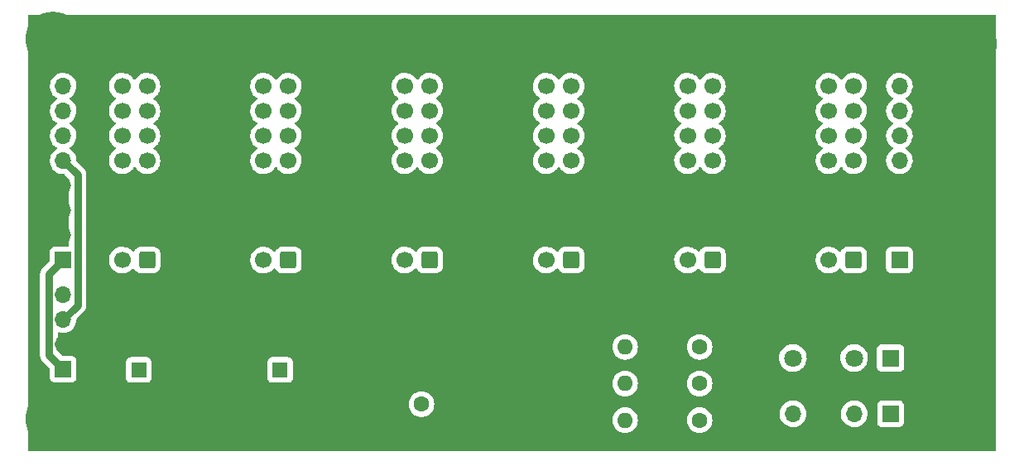
<source format=gbr>
%TF.GenerationSoftware,KiCad,Pcbnew,(6.0.11-0)*%
%TF.CreationDate,2023-07-04T02:05:22-04:00*%
%TF.ProjectId,merp,6d657270-2e6b-4696-9361-645f70636258,rev?*%
%TF.SameCoordinates,Original*%
%TF.FileFunction,Copper,L2,Bot*%
%TF.FilePolarity,Positive*%
%FSLAX46Y46*%
G04 Gerber Fmt 4.6, Leading zero omitted, Abs format (unit mm)*
G04 Created by KiCad (PCBNEW (6.0.11-0)) date 2023-07-04 02:05:22*
%MOMM*%
%LPD*%
G01*
G04 APERTURE LIST*
G04 Aperture macros list*
%AMRoundRect*
0 Rectangle with rounded corners*
0 $1 Rounding radius*
0 $2 $3 $4 $5 $6 $7 $8 $9 X,Y pos of 4 corners*
0 Add a 4 corners polygon primitive as box body*
4,1,4,$2,$3,$4,$5,$6,$7,$8,$9,$2,$3,0*
0 Add four circle primitives for the rounded corners*
1,1,$1+$1,$2,$3*
1,1,$1+$1,$4,$5*
1,1,$1+$1,$6,$7*
1,1,$1+$1,$8,$9*
0 Add four rect primitives between the rounded corners*
20,1,$1+$1,$2,$3,$4,$5,0*
20,1,$1+$1,$4,$5,$6,$7,0*
20,1,$1+$1,$6,$7,$8,$9,0*
20,1,$1+$1,$8,$9,$2,$3,0*%
G04 Aperture macros list end*
%TA.AperFunction,ComponentPad*%
%ADD10C,1.600000*%
%TD*%
%TA.AperFunction,ComponentPad*%
%ADD11O,1.600000X1.600000*%
%TD*%
%TA.AperFunction,ComponentPad*%
%ADD12RoundRect,0.250000X0.600000X0.600000X-0.600000X0.600000X-0.600000X-0.600000X0.600000X-0.600000X0*%
%TD*%
%TA.AperFunction,ComponentPad*%
%ADD13C,1.700000*%
%TD*%
%TA.AperFunction,ComponentPad*%
%ADD14R,1.600000X1.600000*%
%TD*%
%TA.AperFunction,ComponentPad*%
%ADD15R,1.700000X1.700000*%
%TD*%
%TA.AperFunction,ComponentPad*%
%ADD16O,1.700000X1.700000*%
%TD*%
%TA.AperFunction,ComponentPad*%
%ADD17C,5.600000*%
%TD*%
%TA.AperFunction,ComponentPad*%
%ADD18R,1.800000X1.800000*%
%TD*%
%TA.AperFunction,ComponentPad*%
%ADD19C,1.800000*%
%TD*%
%TA.AperFunction,Conductor*%
%ADD20C,0.800000*%
%TD*%
G04 APERTURE END LIST*
D10*
%TO.P,R2,1*%
%TO.N,Net-(D2-Pad2)*%
X146620000Y-89820000D03*
D11*
%TO.P,R2,2*%
%TO.N,+12V*%
X139000000Y-89820000D03*
%TD*%
D12*
%TO.P,J2,1,Pin_1*%
%TO.N,-12V*%
X104556500Y-77184000D03*
D13*
%TO.P,J2,2,Pin_2*%
X102016500Y-77184000D03*
%TO.P,J2,3,Pin_3*%
%TO.N,GND*%
X104556500Y-74644000D03*
%TO.P,J2,4,Pin_4*%
X102016500Y-74644000D03*
%TO.P,J2,5,Pin_5*%
X104556500Y-72104000D03*
%TO.P,J2,6,Pin_6*%
X102016500Y-72104000D03*
%TO.P,J2,7,Pin_7*%
X104556500Y-69564000D03*
%TO.P,J2,8,Pin_8*%
X102016500Y-69564000D03*
%TO.P,J2,9,Pin_9*%
%TO.N,+12V*%
X104556500Y-67024000D03*
%TO.P,J2,10,Pin_10*%
X102016500Y-67024000D03*
%TO.P,J2,11,Pin_11*%
%TO.N,+5V*%
X104556500Y-64484000D03*
%TO.P,J2,12,Pin_12*%
X102016500Y-64484000D03*
%TO.P,J2,13,Pin_13*%
%TO.N,CV*%
X104556500Y-61944000D03*
%TO.P,J2,14,Pin_14*%
X102016500Y-61944000D03*
%TO.P,J2,15,Pin_15*%
%TO.N,GATE*%
X104556500Y-59404000D03*
%TO.P,J2,16,Pin_16*%
X102016500Y-59404000D03*
%TD*%
D14*
%TO.P,C3,1*%
%TO.N,GND*%
X118176500Y-88427349D03*
D10*
%TO.P,C3,2*%
%TO.N,-12V*%
X118176500Y-91927349D03*
%TD*%
D15*
%TO.P,J10,1,Pin_1*%
%TO.N,Net-(D3-Pad1)*%
X166140000Y-92910000D03*
D16*
%TO.P,J10,2,Pin_2*%
%TO.N,GND*%
X168680000Y-92910000D03*
%TD*%
D12*
%TO.P,J1,1,Pin_1*%
%TO.N,-12V*%
X90100000Y-77184000D03*
D13*
%TO.P,J1,2,Pin_2*%
X87560000Y-77184000D03*
%TO.P,J1,3,Pin_3*%
%TO.N,GND*%
X90100000Y-74644000D03*
%TO.P,J1,4,Pin_4*%
X87560000Y-74644000D03*
%TO.P,J1,5,Pin_5*%
X90100000Y-72104000D03*
%TO.P,J1,6,Pin_6*%
X87560000Y-72104000D03*
%TO.P,J1,7,Pin_7*%
X90100000Y-69564000D03*
%TO.P,J1,8,Pin_8*%
X87560000Y-69564000D03*
%TO.P,J1,9,Pin_9*%
%TO.N,+12V*%
X90100000Y-67024000D03*
%TO.P,J1,10,Pin_10*%
X87560000Y-67024000D03*
%TO.P,J1,11,Pin_11*%
%TO.N,+5V*%
X90100000Y-64484000D03*
%TO.P,J1,12,Pin_12*%
X87560000Y-64484000D03*
%TO.P,J1,13,Pin_13*%
%TO.N,CV*%
X90100000Y-61944000D03*
%TO.P,J1,14,Pin_14*%
X87560000Y-61944000D03*
%TO.P,J1,15,Pin_15*%
%TO.N,GATE*%
X90100000Y-59404000D03*
%TO.P,J1,16,Pin_16*%
X87560000Y-59404000D03*
%TD*%
D15*
%TO.P,J9,1,Pin_1*%
%TO.N,GND*%
X159880000Y-92910000D03*
D16*
%TO.P,J9,2,Pin_2*%
%TO.N,Net-(D2-Pad2)*%
X162420000Y-92910000D03*
%TD*%
D17*
%TO.P,H3,1,1*%
%TO.N,GND*%
X80518000Y-54610000D03*
%TD*%
D14*
%TO.P,C2,1*%
%TO.N,+12V*%
X103720000Y-88427349D03*
D10*
%TO.P,C2,2*%
%TO.N,GND*%
X103720000Y-91927349D03*
%TD*%
D12*
%TO.P,J4,1,Pin_1*%
%TO.N,-12V*%
X133469500Y-77184000D03*
D13*
%TO.P,J4,2,Pin_2*%
X130929500Y-77184000D03*
%TO.P,J4,3,Pin_3*%
%TO.N,GND*%
X133469500Y-74644000D03*
%TO.P,J4,4,Pin_4*%
X130929500Y-74644000D03*
%TO.P,J4,5,Pin_5*%
X133469500Y-72104000D03*
%TO.P,J4,6,Pin_6*%
X130929500Y-72104000D03*
%TO.P,J4,7,Pin_7*%
X133469500Y-69564000D03*
%TO.P,J4,8,Pin_8*%
X130929500Y-69564000D03*
%TO.P,J4,9,Pin_9*%
%TO.N,+12V*%
X133469500Y-67024000D03*
%TO.P,J4,10,Pin_10*%
X130929500Y-67024000D03*
%TO.P,J4,11,Pin_11*%
%TO.N,+5V*%
X133469500Y-64484000D03*
%TO.P,J4,12,Pin_12*%
X130929500Y-64484000D03*
%TO.P,J4,13,Pin_13*%
%TO.N,CV*%
X133469500Y-61944000D03*
%TO.P,J4,14,Pin_14*%
X130929500Y-61944000D03*
%TO.P,J4,15,Pin_15*%
%TO.N,GATE*%
X133469500Y-59404000D03*
%TO.P,J4,16,Pin_16*%
X130929500Y-59404000D03*
%TD*%
D14*
%TO.P,C1,1*%
%TO.N,+5V*%
X89263500Y-88427349D03*
D10*
%TO.P,C1,2*%
%TO.N,GND*%
X89263500Y-91927349D03*
%TD*%
D12*
%TO.P,J3,1,Pin_1*%
%TO.N,-12V*%
X119013000Y-77184000D03*
D13*
%TO.P,J3,2,Pin_2*%
X116473000Y-77184000D03*
%TO.P,J3,3,Pin_3*%
%TO.N,GND*%
X119013000Y-74644000D03*
%TO.P,J3,4,Pin_4*%
X116473000Y-74644000D03*
%TO.P,J3,5,Pin_5*%
X119013000Y-72104000D03*
%TO.P,J3,6,Pin_6*%
X116473000Y-72104000D03*
%TO.P,J3,7,Pin_7*%
X119013000Y-69564000D03*
%TO.P,J3,8,Pin_8*%
X116473000Y-69564000D03*
%TO.P,J3,9,Pin_9*%
%TO.N,+12V*%
X119013000Y-67024000D03*
%TO.P,J3,10,Pin_10*%
X116473000Y-67024000D03*
%TO.P,J3,11,Pin_11*%
%TO.N,+5V*%
X119013000Y-64484000D03*
%TO.P,J3,12,Pin_12*%
X116473000Y-64484000D03*
%TO.P,J3,13,Pin_13*%
%TO.N,CV*%
X119013000Y-61944000D03*
%TO.P,J3,14,Pin_14*%
X116473000Y-61944000D03*
%TO.P,J3,15,Pin_15*%
%TO.N,GATE*%
X119013000Y-59404000D03*
%TO.P,J3,16,Pin_16*%
X116473000Y-59404000D03*
%TD*%
D18*
%TO.P,D3,1,K*%
%TO.N,Net-(D3-Pad1)*%
X166140000Y-87210000D03*
D19*
%TO.P,D3,2,A*%
%TO.N,GND*%
X168680000Y-87210000D03*
%TD*%
D10*
%TO.P,R3,1*%
%TO.N,Net-(D3-Pad1)*%
X146620000Y-93560001D03*
D11*
%TO.P,R3,2*%
%TO.N,-12V*%
X139000000Y-93560001D03*
%TD*%
D17*
%TO.P,H2,1,1*%
%TO.N,GND*%
X174244000Y-55118000D03*
%TD*%
D18*
%TO.P,D1,1,K*%
%TO.N,GND*%
X153620000Y-87210000D03*
D19*
%TO.P,D1,2,A*%
%TO.N,Net-(D1-Pad2)*%
X156160000Y-87210000D03*
%TD*%
D15*
%TO.P,J8,1,Pin_1*%
%TO.N,GND*%
X153620000Y-92910000D03*
D16*
%TO.P,J8,2,Pin_2*%
%TO.N,Net-(D1-Pad2)*%
X156160000Y-92910000D03*
%TD*%
D18*
%TO.P,D2,1,K*%
%TO.N,GND*%
X159880000Y-87210000D03*
D19*
%TO.P,D2,2,A*%
%TO.N,Net-(D2-Pad2)*%
X162420000Y-87210000D03*
%TD*%
D17*
%TO.P,H1,1,1*%
%TO.N,GND*%
X174140000Y-93400000D03*
%TD*%
D10*
%TO.P,R1,1*%
%TO.N,Net-(D1-Pad2)*%
X146620000Y-86080000D03*
D11*
%TO.P,R1,2*%
%TO.N,+5V*%
X139000000Y-86080000D03*
%TD*%
D12*
%TO.P,J5,1,Pin_1*%
%TO.N,-12V*%
X147926000Y-77184000D03*
D13*
%TO.P,J5,2,Pin_2*%
X145386000Y-77184000D03*
%TO.P,J5,3,Pin_3*%
%TO.N,GND*%
X147926000Y-74644000D03*
%TO.P,J5,4,Pin_4*%
X145386000Y-74644000D03*
%TO.P,J5,5,Pin_5*%
X147926000Y-72104000D03*
%TO.P,J5,6,Pin_6*%
X145386000Y-72104000D03*
%TO.P,J5,7,Pin_7*%
X147926000Y-69564000D03*
%TO.P,J5,8,Pin_8*%
X145386000Y-69564000D03*
%TO.P,J5,9,Pin_9*%
%TO.N,+12V*%
X147926000Y-67024000D03*
%TO.P,J5,10,Pin_10*%
X145386000Y-67024000D03*
%TO.P,J5,11,Pin_11*%
%TO.N,+5V*%
X147926000Y-64484000D03*
%TO.P,J5,12,Pin_12*%
X145386000Y-64484000D03*
%TO.P,J5,13,Pin_13*%
%TO.N,CV*%
X147926000Y-61944000D03*
%TO.P,J5,14,Pin_14*%
X145386000Y-61944000D03*
%TO.P,J5,15,Pin_15*%
%TO.N,GATE*%
X147926000Y-59404000D03*
%TO.P,J5,16,Pin_16*%
X145386000Y-59404000D03*
%TD*%
D17*
%TO.P,H4,1,1*%
%TO.N,GND*%
X80518000Y-93400000D03*
%TD*%
D12*
%TO.P,J11,1,Pin_1*%
%TO.N,-12V*%
X162382500Y-77184000D03*
D13*
%TO.P,J11,2,Pin_2*%
X159842500Y-77184000D03*
%TO.P,J11,3,Pin_3*%
%TO.N,GND*%
X162382500Y-74644000D03*
%TO.P,J11,4,Pin_4*%
X159842500Y-74644000D03*
%TO.P,J11,5,Pin_5*%
X162382500Y-72104000D03*
%TO.P,J11,6,Pin_6*%
X159842500Y-72104000D03*
%TO.P,J11,7,Pin_7*%
X162382500Y-69564000D03*
%TO.P,J11,8,Pin_8*%
X159842500Y-69564000D03*
%TO.P,J11,9,Pin_9*%
%TO.N,+12V*%
X162382500Y-67024000D03*
%TO.P,J11,10,Pin_10*%
X159842500Y-67024000D03*
%TO.P,J11,11,Pin_11*%
%TO.N,+5V*%
X162382500Y-64484000D03*
%TO.P,J11,12,Pin_12*%
X159842500Y-64484000D03*
%TO.P,J11,13,Pin_13*%
%TO.N,CV*%
X162382500Y-61944000D03*
%TO.P,J11,14,Pin_14*%
X159842500Y-61944000D03*
%TO.P,J11,15,Pin_15*%
%TO.N,GATE*%
X162382500Y-59404000D03*
%TO.P,J11,16,Pin_16*%
X159842500Y-59404000D03*
%TD*%
D15*
%TO.P,J12,1,Pin_1*%
%TO.N,-12V*%
X81530000Y-88350000D03*
D16*
%TO.P,J12,2,Pin_2*%
%TO.N,GND*%
X81530000Y-85810000D03*
%TO.P,J12,3,Pin_3*%
%TO.N,+12V*%
X81530000Y-83270000D03*
%TO.P,J12,4,Pin_4*%
%TO.N,+5V*%
X81530000Y-80730000D03*
%TD*%
D15*
%TO.P,J6,1,-12V*%
%TO.N,-12V*%
X81530000Y-77184000D03*
D16*
%TO.P,J6,2,GND*%
%TO.N,GND*%
X81530000Y-74644000D03*
%TO.P,J6,3,GND*%
X81530000Y-72104000D03*
%TO.P,J6,4,GND*%
X81530000Y-69564000D03*
%TO.P,J6,5,+12V*%
%TO.N,+12V*%
X81530000Y-67024000D03*
%TO.P,J6,6,+5V*%
%TO.N,+5V*%
X81530000Y-64484000D03*
%TO.P,J6,7,CV*%
%TO.N,CV*%
X81530000Y-61944000D03*
%TO.P,J6,8,Gate*%
%TO.N,GATE*%
X81530000Y-59404000D03*
%TD*%
D15*
%TO.P,J7,1,-12V*%
%TO.N,-12V*%
X167055000Y-77184000D03*
D16*
%TO.P,J7,2,GND*%
%TO.N,GND*%
X167055000Y-74644000D03*
%TO.P,J7,3,GND*%
X167055000Y-72104000D03*
%TO.P,J7,4,GND*%
X167055000Y-69564000D03*
%TO.P,J7,5,+12V*%
%TO.N,+12V*%
X167055000Y-67024000D03*
%TO.P,J7,6,+5V*%
%TO.N,+5V*%
X167055000Y-64484000D03*
%TO.P,J7,7,CV*%
%TO.N,CV*%
X167055000Y-61944000D03*
%TO.P,J7,8,Gate*%
%TO.N,GATE*%
X167055000Y-59404000D03*
%TD*%
D20*
%TO.N,+12V*%
X82980000Y-81820000D02*
X82980000Y-68474000D01*
X81530000Y-83270000D02*
X82980000Y-81820000D01*
X82980000Y-68474000D02*
X81530000Y-67024000D01*
%TO.N,-12V*%
X81530000Y-88350000D02*
X80070000Y-86890000D01*
X80070000Y-86890000D02*
X80070000Y-78644000D01*
X80070000Y-78644000D02*
X81530000Y-77184000D01*
%TD*%
%TA.AperFunction,Conductor*%
%TO.N,GND*%
G36*
X176883621Y-52098502D02*
G01*
X176930114Y-52152158D01*
X176941500Y-52204500D01*
X176941500Y-96595500D01*
X176921498Y-96663621D01*
X176867842Y-96710114D01*
X176815500Y-96721500D01*
X78084500Y-96721500D01*
X78016379Y-96701498D01*
X77969886Y-96647842D01*
X77958500Y-96595500D01*
X77958500Y-93560001D01*
X137686502Y-93560001D01*
X137706457Y-93788088D01*
X137707881Y-93793401D01*
X137707881Y-93793403D01*
X137730473Y-93877715D01*
X137765716Y-94009244D01*
X137768039Y-94014225D01*
X137768039Y-94014226D01*
X137860151Y-94211763D01*
X137860154Y-94211768D01*
X137862477Y-94216750D01*
X137993802Y-94404301D01*
X138155700Y-94566199D01*
X138160208Y-94569356D01*
X138160211Y-94569358D01*
X138238389Y-94624099D01*
X138343251Y-94697524D01*
X138348233Y-94699847D01*
X138348238Y-94699850D01*
X138545775Y-94791962D01*
X138550757Y-94794285D01*
X138556065Y-94795707D01*
X138556067Y-94795708D01*
X138766598Y-94852120D01*
X138766600Y-94852120D01*
X138771913Y-94853544D01*
X139000000Y-94873499D01*
X139228087Y-94853544D01*
X139233400Y-94852120D01*
X139233402Y-94852120D01*
X139443933Y-94795708D01*
X139443935Y-94795707D01*
X139449243Y-94794285D01*
X139454225Y-94791962D01*
X139651762Y-94699850D01*
X139651767Y-94699847D01*
X139656749Y-94697524D01*
X139761611Y-94624099D01*
X139839789Y-94569358D01*
X139839792Y-94569356D01*
X139844300Y-94566199D01*
X140006198Y-94404301D01*
X140137523Y-94216750D01*
X140139846Y-94211768D01*
X140139849Y-94211763D01*
X140231961Y-94014226D01*
X140231961Y-94014225D01*
X140234284Y-94009244D01*
X140269528Y-93877715D01*
X140292119Y-93793403D01*
X140292119Y-93793401D01*
X140293543Y-93788088D01*
X140313498Y-93560001D01*
X145306502Y-93560001D01*
X145326457Y-93788088D01*
X145327881Y-93793401D01*
X145327881Y-93793403D01*
X145350473Y-93877715D01*
X145385716Y-94009244D01*
X145388039Y-94014225D01*
X145388039Y-94014226D01*
X145480151Y-94211763D01*
X145480154Y-94211768D01*
X145482477Y-94216750D01*
X145613802Y-94404301D01*
X145775700Y-94566199D01*
X145780208Y-94569356D01*
X145780211Y-94569358D01*
X145858389Y-94624099D01*
X145963251Y-94697524D01*
X145968233Y-94699847D01*
X145968238Y-94699850D01*
X146165775Y-94791962D01*
X146170757Y-94794285D01*
X146176065Y-94795707D01*
X146176067Y-94795708D01*
X146386598Y-94852120D01*
X146386600Y-94852120D01*
X146391913Y-94853544D01*
X146620000Y-94873499D01*
X146848087Y-94853544D01*
X146853400Y-94852120D01*
X146853402Y-94852120D01*
X147063933Y-94795708D01*
X147063935Y-94795707D01*
X147069243Y-94794285D01*
X147074225Y-94791962D01*
X147271762Y-94699850D01*
X147271767Y-94699847D01*
X147276749Y-94697524D01*
X147381611Y-94624099D01*
X147459789Y-94569358D01*
X147459792Y-94569356D01*
X147464300Y-94566199D01*
X147626198Y-94404301D01*
X147757523Y-94216750D01*
X147759846Y-94211768D01*
X147759849Y-94211763D01*
X147851961Y-94014226D01*
X147851961Y-94014225D01*
X147854284Y-94009244D01*
X147889528Y-93877715D01*
X147912119Y-93793403D01*
X147912119Y-93793401D01*
X147913543Y-93788088D01*
X147933498Y-93560001D01*
X147913543Y-93331914D01*
X147912119Y-93326599D01*
X147855707Y-93116068D01*
X147855706Y-93116066D01*
X147854284Y-93110758D01*
X147851961Y-93105776D01*
X147759849Y-92908239D01*
X147759846Y-92908234D01*
X147757523Y-92903252D01*
X147738928Y-92876695D01*
X154797251Y-92876695D01*
X154797548Y-92881848D01*
X154797548Y-92881851D01*
X154803011Y-92976590D01*
X154810110Y-93099715D01*
X154811247Y-93104761D01*
X154811248Y-93104767D01*
X154831119Y-93192939D01*
X154859222Y-93317639D01*
X154943266Y-93524616D01*
X155059987Y-93715088D01*
X155206250Y-93883938D01*
X155378126Y-94026632D01*
X155571000Y-94139338D01*
X155779692Y-94219030D01*
X155784760Y-94220061D01*
X155784763Y-94220062D01*
X155892017Y-94241883D01*
X155998597Y-94263567D01*
X156003772Y-94263757D01*
X156003774Y-94263757D01*
X156216673Y-94271564D01*
X156216677Y-94271564D01*
X156221837Y-94271753D01*
X156226957Y-94271097D01*
X156226959Y-94271097D01*
X156438288Y-94244025D01*
X156438289Y-94244025D01*
X156443416Y-94243368D01*
X156448366Y-94241883D01*
X156652429Y-94180661D01*
X156652434Y-94180659D01*
X156657384Y-94179174D01*
X156857994Y-94080896D01*
X157039860Y-93951173D01*
X157198096Y-93793489D01*
X157257594Y-93710689D01*
X157325435Y-93616277D01*
X157328453Y-93612077D01*
X157354191Y-93560001D01*
X157425136Y-93416453D01*
X157425137Y-93416451D01*
X157427430Y-93411811D01*
X157485436Y-93220892D01*
X157490865Y-93203023D01*
X157490865Y-93203021D01*
X157492370Y-93198069D01*
X157521529Y-92976590D01*
X157521611Y-92973240D01*
X157523074Y-92913365D01*
X157523074Y-92913361D01*
X157523156Y-92910000D01*
X157520418Y-92876695D01*
X161057251Y-92876695D01*
X161057548Y-92881848D01*
X161057548Y-92881851D01*
X161063011Y-92976590D01*
X161070110Y-93099715D01*
X161071247Y-93104761D01*
X161071248Y-93104767D01*
X161091119Y-93192939D01*
X161119222Y-93317639D01*
X161203266Y-93524616D01*
X161319987Y-93715088D01*
X161466250Y-93883938D01*
X161638126Y-94026632D01*
X161831000Y-94139338D01*
X162039692Y-94219030D01*
X162044760Y-94220061D01*
X162044763Y-94220062D01*
X162152017Y-94241883D01*
X162258597Y-94263567D01*
X162263772Y-94263757D01*
X162263774Y-94263757D01*
X162476673Y-94271564D01*
X162476677Y-94271564D01*
X162481837Y-94271753D01*
X162486957Y-94271097D01*
X162486959Y-94271097D01*
X162698288Y-94244025D01*
X162698289Y-94244025D01*
X162703416Y-94243368D01*
X162708366Y-94241883D01*
X162912429Y-94180661D01*
X162912434Y-94180659D01*
X162917384Y-94179174D01*
X163117994Y-94080896D01*
X163299860Y-93951173D01*
X163443400Y-93808134D01*
X164781500Y-93808134D01*
X164788255Y-93870316D01*
X164839385Y-94006705D01*
X164926739Y-94123261D01*
X165043295Y-94210615D01*
X165179684Y-94261745D01*
X165241866Y-94268500D01*
X167038134Y-94268500D01*
X167100316Y-94261745D01*
X167236705Y-94210615D01*
X167353261Y-94123261D01*
X167440615Y-94006705D01*
X167491745Y-93870316D01*
X167498500Y-93808134D01*
X167498500Y-92011866D01*
X167491745Y-91949684D01*
X167440615Y-91813295D01*
X167353261Y-91696739D01*
X167236705Y-91609385D01*
X167100316Y-91558255D01*
X167038134Y-91551500D01*
X165241866Y-91551500D01*
X165179684Y-91558255D01*
X165043295Y-91609385D01*
X164926739Y-91696739D01*
X164839385Y-91813295D01*
X164788255Y-91949684D01*
X164781500Y-92011866D01*
X164781500Y-93808134D01*
X163443400Y-93808134D01*
X163458096Y-93793489D01*
X163517594Y-93710689D01*
X163585435Y-93616277D01*
X163588453Y-93612077D01*
X163614191Y-93560001D01*
X163685136Y-93416453D01*
X163685137Y-93416451D01*
X163687430Y-93411811D01*
X163745436Y-93220892D01*
X163750865Y-93203023D01*
X163750865Y-93203021D01*
X163752370Y-93198069D01*
X163781529Y-92976590D01*
X163781611Y-92973240D01*
X163783074Y-92913365D01*
X163783074Y-92913361D01*
X163783156Y-92910000D01*
X163764852Y-92687361D01*
X163710431Y-92470702D01*
X163621354Y-92265840D01*
X163553369Y-92160751D01*
X163502822Y-92082617D01*
X163502820Y-92082614D01*
X163500014Y-92078277D01*
X163349670Y-91913051D01*
X163345619Y-91909852D01*
X163345615Y-91909848D01*
X163178414Y-91777800D01*
X163178410Y-91777798D01*
X163174359Y-91774598D01*
X162978789Y-91666638D01*
X162973920Y-91664914D01*
X162973916Y-91664912D01*
X162773087Y-91593795D01*
X162773083Y-91593794D01*
X162768212Y-91592069D01*
X162763119Y-91591162D01*
X162763116Y-91591161D01*
X162553373Y-91553800D01*
X162553367Y-91553799D01*
X162548284Y-91552894D01*
X162474452Y-91551992D01*
X162330081Y-91550228D01*
X162330079Y-91550228D01*
X162324911Y-91550165D01*
X162104091Y-91583955D01*
X161891756Y-91653357D01*
X161693607Y-91756507D01*
X161689474Y-91759610D01*
X161689471Y-91759612D01*
X161519100Y-91887530D01*
X161514965Y-91890635D01*
X161360629Y-92052138D01*
X161234743Y-92236680D01*
X161140688Y-92439305D01*
X161080989Y-92654570D01*
X161057251Y-92876695D01*
X157520418Y-92876695D01*
X157504852Y-92687361D01*
X157450431Y-92470702D01*
X157361354Y-92265840D01*
X157293369Y-92160751D01*
X157242822Y-92082617D01*
X157242820Y-92082614D01*
X157240014Y-92078277D01*
X157089670Y-91913051D01*
X157085619Y-91909852D01*
X157085615Y-91909848D01*
X156918414Y-91777800D01*
X156918410Y-91777798D01*
X156914359Y-91774598D01*
X156718789Y-91666638D01*
X156713920Y-91664914D01*
X156713916Y-91664912D01*
X156513087Y-91593795D01*
X156513083Y-91593794D01*
X156508212Y-91592069D01*
X156503119Y-91591162D01*
X156503116Y-91591161D01*
X156293373Y-91553800D01*
X156293367Y-91553799D01*
X156288284Y-91552894D01*
X156214452Y-91551992D01*
X156070081Y-91550228D01*
X156070079Y-91550228D01*
X156064911Y-91550165D01*
X155844091Y-91583955D01*
X155631756Y-91653357D01*
X155433607Y-91756507D01*
X155429474Y-91759610D01*
X155429471Y-91759612D01*
X155259100Y-91887530D01*
X155254965Y-91890635D01*
X155100629Y-92052138D01*
X154974743Y-92236680D01*
X154880688Y-92439305D01*
X154820989Y-92654570D01*
X154797251Y-92876695D01*
X147738928Y-92876695D01*
X147626198Y-92715701D01*
X147464300Y-92553803D01*
X147459792Y-92550646D01*
X147459789Y-92550644D01*
X147338839Y-92465954D01*
X147276749Y-92422478D01*
X147271767Y-92420155D01*
X147271762Y-92420152D01*
X147074225Y-92328040D01*
X147074224Y-92328040D01*
X147069243Y-92325717D01*
X147063935Y-92324295D01*
X147063933Y-92324294D01*
X146853402Y-92267882D01*
X146853400Y-92267882D01*
X146848087Y-92266458D01*
X146620000Y-92246503D01*
X146391913Y-92266458D01*
X146386600Y-92267882D01*
X146386598Y-92267882D01*
X146176067Y-92324294D01*
X146176065Y-92324295D01*
X146170757Y-92325717D01*
X146165776Y-92328040D01*
X146165775Y-92328040D01*
X145968238Y-92420152D01*
X145968233Y-92420155D01*
X145963251Y-92422478D01*
X145901161Y-92465954D01*
X145780211Y-92550644D01*
X145780208Y-92550646D01*
X145775700Y-92553803D01*
X145613802Y-92715701D01*
X145482477Y-92903252D01*
X145480154Y-92908234D01*
X145480151Y-92908239D01*
X145388039Y-93105776D01*
X145385716Y-93110758D01*
X145384294Y-93116066D01*
X145384293Y-93116068D01*
X145327881Y-93326599D01*
X145326457Y-93331914D01*
X145306502Y-93560001D01*
X140313498Y-93560001D01*
X140293543Y-93331914D01*
X140292119Y-93326599D01*
X140235707Y-93116068D01*
X140235706Y-93116066D01*
X140234284Y-93110758D01*
X140231961Y-93105776D01*
X140139849Y-92908239D01*
X140139846Y-92908234D01*
X140137523Y-92903252D01*
X140006198Y-92715701D01*
X139844300Y-92553803D01*
X139839792Y-92550646D01*
X139839789Y-92550644D01*
X139718839Y-92465954D01*
X139656749Y-92422478D01*
X139651767Y-92420155D01*
X139651762Y-92420152D01*
X139454225Y-92328040D01*
X139454224Y-92328040D01*
X139449243Y-92325717D01*
X139443935Y-92324295D01*
X139443933Y-92324294D01*
X139233402Y-92267882D01*
X139233400Y-92267882D01*
X139228087Y-92266458D01*
X139000000Y-92246503D01*
X138771913Y-92266458D01*
X138766600Y-92267882D01*
X138766598Y-92267882D01*
X138556067Y-92324294D01*
X138556065Y-92324295D01*
X138550757Y-92325717D01*
X138545776Y-92328040D01*
X138545775Y-92328040D01*
X138348238Y-92420152D01*
X138348233Y-92420155D01*
X138343251Y-92422478D01*
X138281161Y-92465954D01*
X138160211Y-92550644D01*
X138160208Y-92550646D01*
X138155700Y-92553803D01*
X137993802Y-92715701D01*
X137862477Y-92903252D01*
X137860154Y-92908234D01*
X137860151Y-92908239D01*
X137768039Y-93105776D01*
X137765716Y-93110758D01*
X137764294Y-93116066D01*
X137764293Y-93116068D01*
X137707881Y-93326599D01*
X137706457Y-93331914D01*
X137686502Y-93560001D01*
X77958500Y-93560001D01*
X77958500Y-91927349D01*
X116863002Y-91927349D01*
X116882957Y-92155436D01*
X116884381Y-92160749D01*
X116884381Y-92160751D01*
X116913813Y-92270590D01*
X116942216Y-92376592D01*
X116944539Y-92381573D01*
X116944539Y-92381574D01*
X117036651Y-92579111D01*
X117036654Y-92579116D01*
X117038977Y-92584098D01*
X117170302Y-92771649D01*
X117332200Y-92933547D01*
X117336708Y-92936704D01*
X117336711Y-92936706D01*
X117398410Y-92979908D01*
X117519751Y-93064872D01*
X117524733Y-93067195D01*
X117524738Y-93067198D01*
X117722275Y-93159310D01*
X117727257Y-93161633D01*
X117732565Y-93163055D01*
X117732567Y-93163056D01*
X117943098Y-93219468D01*
X117943100Y-93219468D01*
X117948413Y-93220892D01*
X118176500Y-93240847D01*
X118404587Y-93220892D01*
X118409900Y-93219468D01*
X118409902Y-93219468D01*
X118620433Y-93163056D01*
X118620435Y-93163055D01*
X118625743Y-93161633D01*
X118630725Y-93159310D01*
X118828262Y-93067198D01*
X118828267Y-93067195D01*
X118833249Y-93064872D01*
X118954590Y-92979908D01*
X119016289Y-92936706D01*
X119016292Y-92936704D01*
X119020800Y-92933547D01*
X119182698Y-92771649D01*
X119314023Y-92584098D01*
X119316346Y-92579116D01*
X119316349Y-92579111D01*
X119408461Y-92381574D01*
X119408461Y-92381573D01*
X119410784Y-92376592D01*
X119439188Y-92270590D01*
X119468619Y-92160751D01*
X119468619Y-92160749D01*
X119470043Y-92155436D01*
X119489998Y-91927349D01*
X119470043Y-91699262D01*
X119461971Y-91669137D01*
X119412207Y-91483416D01*
X119412206Y-91483414D01*
X119410784Y-91478106D01*
X119408461Y-91473124D01*
X119316349Y-91275587D01*
X119316346Y-91275582D01*
X119314023Y-91270600D01*
X119218023Y-91133498D01*
X119185857Y-91087560D01*
X119185855Y-91087557D01*
X119182698Y-91083049D01*
X119020800Y-90921151D01*
X119016292Y-90917994D01*
X119016289Y-90917992D01*
X118879628Y-90822301D01*
X118833249Y-90789826D01*
X118828267Y-90787503D01*
X118828262Y-90787500D01*
X118630725Y-90695388D01*
X118630724Y-90695388D01*
X118625743Y-90693065D01*
X118620435Y-90691643D01*
X118620433Y-90691642D01*
X118409902Y-90635230D01*
X118409900Y-90635230D01*
X118404587Y-90633806D01*
X118176500Y-90613851D01*
X117948413Y-90633806D01*
X117943100Y-90635230D01*
X117943098Y-90635230D01*
X117732567Y-90691642D01*
X117732565Y-90691643D01*
X117727257Y-90693065D01*
X117722276Y-90695388D01*
X117722275Y-90695388D01*
X117524738Y-90787500D01*
X117524733Y-90787503D01*
X117519751Y-90789826D01*
X117473372Y-90822301D01*
X117336711Y-90917992D01*
X117336708Y-90917994D01*
X117332200Y-90921151D01*
X117170302Y-91083049D01*
X117167145Y-91087557D01*
X117167143Y-91087560D01*
X117134977Y-91133498D01*
X117038977Y-91270600D01*
X117036654Y-91275582D01*
X117036651Y-91275587D01*
X116944539Y-91473124D01*
X116942216Y-91478106D01*
X116940794Y-91483414D01*
X116940793Y-91483416D01*
X116891029Y-91669137D01*
X116882957Y-91699262D01*
X116863002Y-91927349D01*
X77958500Y-91927349D01*
X77958500Y-89820000D01*
X137686502Y-89820000D01*
X137706457Y-90048087D01*
X137765716Y-90269243D01*
X137768039Y-90274224D01*
X137768039Y-90274225D01*
X137860151Y-90471762D01*
X137860154Y-90471767D01*
X137862477Y-90476749D01*
X137865634Y-90481257D01*
X137958813Y-90614330D01*
X137993802Y-90664300D01*
X138155700Y-90826198D01*
X138160208Y-90829355D01*
X138160211Y-90829357D01*
X138238389Y-90884098D01*
X138343251Y-90957523D01*
X138348233Y-90959846D01*
X138348238Y-90959849D01*
X138545775Y-91051961D01*
X138550757Y-91054284D01*
X138556065Y-91055706D01*
X138556067Y-91055707D01*
X138766598Y-91112119D01*
X138766600Y-91112119D01*
X138771913Y-91113543D01*
X139000000Y-91133498D01*
X139228087Y-91113543D01*
X139233400Y-91112119D01*
X139233402Y-91112119D01*
X139443933Y-91055707D01*
X139443935Y-91055706D01*
X139449243Y-91054284D01*
X139454225Y-91051961D01*
X139651762Y-90959849D01*
X139651767Y-90959846D01*
X139656749Y-90957523D01*
X139761611Y-90884098D01*
X139839789Y-90829357D01*
X139839792Y-90829355D01*
X139844300Y-90826198D01*
X140006198Y-90664300D01*
X140041188Y-90614330D01*
X140134366Y-90481257D01*
X140137523Y-90476749D01*
X140139846Y-90471767D01*
X140139849Y-90471762D01*
X140231961Y-90274225D01*
X140231961Y-90274224D01*
X140234284Y-90269243D01*
X140293543Y-90048087D01*
X140313498Y-89820000D01*
X145306502Y-89820000D01*
X145326457Y-90048087D01*
X145385716Y-90269243D01*
X145388039Y-90274224D01*
X145388039Y-90274225D01*
X145480151Y-90471762D01*
X145480154Y-90471767D01*
X145482477Y-90476749D01*
X145485634Y-90481257D01*
X145578813Y-90614330D01*
X145613802Y-90664300D01*
X145775700Y-90826198D01*
X145780208Y-90829355D01*
X145780211Y-90829357D01*
X145858389Y-90884098D01*
X145963251Y-90957523D01*
X145968233Y-90959846D01*
X145968238Y-90959849D01*
X146165775Y-91051961D01*
X146170757Y-91054284D01*
X146176065Y-91055706D01*
X146176067Y-91055707D01*
X146386598Y-91112119D01*
X146386600Y-91112119D01*
X146391913Y-91113543D01*
X146620000Y-91133498D01*
X146848087Y-91113543D01*
X146853400Y-91112119D01*
X146853402Y-91112119D01*
X147063933Y-91055707D01*
X147063935Y-91055706D01*
X147069243Y-91054284D01*
X147074225Y-91051961D01*
X147271762Y-90959849D01*
X147271767Y-90959846D01*
X147276749Y-90957523D01*
X147381611Y-90884098D01*
X147459789Y-90829357D01*
X147459792Y-90829355D01*
X147464300Y-90826198D01*
X147626198Y-90664300D01*
X147661188Y-90614330D01*
X147754366Y-90481257D01*
X147757523Y-90476749D01*
X147759846Y-90471767D01*
X147759849Y-90471762D01*
X147851961Y-90274225D01*
X147851961Y-90274224D01*
X147854284Y-90269243D01*
X147913543Y-90048087D01*
X147933498Y-89820000D01*
X147913543Y-89591913D01*
X147876560Y-89453891D01*
X147855707Y-89376067D01*
X147855706Y-89376065D01*
X147854284Y-89370757D01*
X147835190Y-89329809D01*
X147759849Y-89168238D01*
X147759846Y-89168233D01*
X147757523Y-89163251D01*
X147626198Y-88975700D01*
X147464300Y-88813802D01*
X147459792Y-88810645D01*
X147459789Y-88810643D01*
X147381611Y-88755902D01*
X147276749Y-88682477D01*
X147271767Y-88680154D01*
X147271762Y-88680151D01*
X147074225Y-88588039D01*
X147074224Y-88588039D01*
X147069243Y-88585716D01*
X147063935Y-88584294D01*
X147063933Y-88584293D01*
X146853402Y-88527881D01*
X146853400Y-88527881D01*
X146848087Y-88526457D01*
X146620000Y-88506502D01*
X146391913Y-88526457D01*
X146386600Y-88527881D01*
X146386598Y-88527881D01*
X146176067Y-88584293D01*
X146176065Y-88584294D01*
X146170757Y-88585716D01*
X146165776Y-88588039D01*
X146165775Y-88588039D01*
X145968238Y-88680151D01*
X145968233Y-88680154D01*
X145963251Y-88682477D01*
X145858389Y-88755902D01*
X145780211Y-88810643D01*
X145780208Y-88810645D01*
X145775700Y-88813802D01*
X145613802Y-88975700D01*
X145482477Y-89163251D01*
X145480154Y-89168233D01*
X145480151Y-89168238D01*
X145404810Y-89329809D01*
X145385716Y-89370757D01*
X145384294Y-89376065D01*
X145384293Y-89376067D01*
X145363440Y-89453891D01*
X145326457Y-89591913D01*
X145306502Y-89820000D01*
X140313498Y-89820000D01*
X140293543Y-89591913D01*
X140256560Y-89453891D01*
X140235707Y-89376067D01*
X140235706Y-89376065D01*
X140234284Y-89370757D01*
X140215190Y-89329809D01*
X140139849Y-89168238D01*
X140139846Y-89168233D01*
X140137523Y-89163251D01*
X140006198Y-88975700D01*
X139844300Y-88813802D01*
X139839792Y-88810645D01*
X139839789Y-88810643D01*
X139761611Y-88755902D01*
X139656749Y-88682477D01*
X139651767Y-88680154D01*
X139651762Y-88680151D01*
X139454225Y-88588039D01*
X139454224Y-88588039D01*
X139449243Y-88585716D01*
X139443935Y-88584294D01*
X139443933Y-88584293D01*
X139233402Y-88527881D01*
X139233400Y-88527881D01*
X139228087Y-88526457D01*
X139000000Y-88506502D01*
X138771913Y-88526457D01*
X138766600Y-88527881D01*
X138766598Y-88527881D01*
X138556067Y-88584293D01*
X138556065Y-88584294D01*
X138550757Y-88585716D01*
X138545776Y-88588039D01*
X138545775Y-88588039D01*
X138348238Y-88680151D01*
X138348233Y-88680154D01*
X138343251Y-88682477D01*
X138238389Y-88755902D01*
X138160211Y-88810643D01*
X138160208Y-88810645D01*
X138155700Y-88813802D01*
X137993802Y-88975700D01*
X137862477Y-89163251D01*
X137860154Y-89168233D01*
X137860151Y-89168238D01*
X137784810Y-89329809D01*
X137765716Y-89370757D01*
X137764294Y-89376065D01*
X137764293Y-89376067D01*
X137743440Y-89453891D01*
X137706457Y-89591913D01*
X137686502Y-89820000D01*
X77958500Y-89820000D01*
X77958500Y-86842190D01*
X79157748Y-86842190D01*
X79158093Y-86848777D01*
X79158093Y-86848782D01*
X79161327Y-86910480D01*
X79161500Y-86917074D01*
X79161500Y-86937610D01*
X79161844Y-86940882D01*
X79161844Y-86940884D01*
X79163647Y-86958042D01*
X79164164Y-86964616D01*
X79166073Y-87001029D01*
X79167743Y-87032903D01*
X79169453Y-87039284D01*
X79169453Y-87039286D01*
X79171383Y-87046491D01*
X79174985Y-87065925D01*
X79175766Y-87073354D01*
X79175768Y-87073363D01*
X79176458Y-87079928D01*
X79197600Y-87144997D01*
X79199467Y-87151299D01*
X79217171Y-87217370D01*
X79223559Y-87229907D01*
X79231125Y-87248173D01*
X79235473Y-87261556D01*
X79238776Y-87267278D01*
X79238777Y-87267279D01*
X79269667Y-87320782D01*
X79272814Y-87326577D01*
X79303871Y-87387530D01*
X79308024Y-87392658D01*
X79308025Y-87392660D01*
X79312727Y-87398466D01*
X79323927Y-87414763D01*
X79327657Y-87421224D01*
X79327660Y-87421228D01*
X79330960Y-87426944D01*
X79335377Y-87431850D01*
X79335381Y-87431855D01*
X79376722Y-87477769D01*
X79381006Y-87482784D01*
X79393928Y-87498741D01*
X79408443Y-87513256D01*
X79412984Y-87518041D01*
X79458747Y-87568866D01*
X79464086Y-87572745D01*
X79464087Y-87572746D01*
X79470135Y-87577140D01*
X79485168Y-87589981D01*
X80134595Y-88239408D01*
X80168621Y-88301720D01*
X80171500Y-88328503D01*
X80171500Y-89248134D01*
X80178255Y-89310316D01*
X80229385Y-89446705D01*
X80316739Y-89563261D01*
X80433295Y-89650615D01*
X80569684Y-89701745D01*
X80631866Y-89708500D01*
X82428134Y-89708500D01*
X82490316Y-89701745D01*
X82626705Y-89650615D01*
X82743261Y-89563261D01*
X82830615Y-89446705D01*
X82881745Y-89310316D01*
X82885529Y-89275483D01*
X87955000Y-89275483D01*
X87961755Y-89337665D01*
X88012885Y-89474054D01*
X88100239Y-89590610D01*
X88216795Y-89677964D01*
X88353184Y-89729094D01*
X88415366Y-89735849D01*
X90111634Y-89735849D01*
X90173816Y-89729094D01*
X90310205Y-89677964D01*
X90426761Y-89590610D01*
X90514115Y-89474054D01*
X90565245Y-89337665D01*
X90572000Y-89275483D01*
X102411500Y-89275483D01*
X102418255Y-89337665D01*
X102469385Y-89474054D01*
X102556739Y-89590610D01*
X102673295Y-89677964D01*
X102809684Y-89729094D01*
X102871866Y-89735849D01*
X104568134Y-89735849D01*
X104630316Y-89729094D01*
X104766705Y-89677964D01*
X104883261Y-89590610D01*
X104970615Y-89474054D01*
X105021745Y-89337665D01*
X105028500Y-89275483D01*
X105028500Y-87579215D01*
X105021745Y-87517033D01*
X104970615Y-87380644D01*
X104883261Y-87264088D01*
X104766705Y-87176734D01*
X104630316Y-87125604D01*
X104568134Y-87118849D01*
X102871866Y-87118849D01*
X102809684Y-87125604D01*
X102673295Y-87176734D01*
X102556739Y-87264088D01*
X102469385Y-87380644D01*
X102418255Y-87517033D01*
X102411500Y-87579215D01*
X102411500Y-89275483D01*
X90572000Y-89275483D01*
X90572000Y-87579215D01*
X90565245Y-87517033D01*
X90514115Y-87380644D01*
X90426761Y-87264088D01*
X90310205Y-87176734D01*
X90173816Y-87125604D01*
X90111634Y-87118849D01*
X88415366Y-87118849D01*
X88353184Y-87125604D01*
X88216795Y-87176734D01*
X88100239Y-87264088D01*
X88012885Y-87380644D01*
X87961755Y-87517033D01*
X87955000Y-87579215D01*
X87955000Y-89275483D01*
X82885529Y-89275483D01*
X82888500Y-89248134D01*
X82888500Y-87451866D01*
X82881745Y-87389684D01*
X82830615Y-87253295D01*
X82743261Y-87136739D01*
X82626705Y-87049385D01*
X82490316Y-86998255D01*
X82428134Y-86991500D01*
X81508503Y-86991500D01*
X81440382Y-86971498D01*
X81419408Y-86954595D01*
X81015405Y-86550592D01*
X80981379Y-86488280D01*
X80978500Y-86461497D01*
X80978500Y-86080000D01*
X137686502Y-86080000D01*
X137706457Y-86308087D01*
X137707881Y-86313400D01*
X137707881Y-86313402D01*
X137761069Y-86511899D01*
X137765716Y-86529243D01*
X137768039Y-86534224D01*
X137768039Y-86534225D01*
X137860151Y-86731762D01*
X137860154Y-86731767D01*
X137862477Y-86736749D01*
X137993802Y-86924300D01*
X138155700Y-87086198D01*
X138160208Y-87089355D01*
X138160211Y-87089357D01*
X138202330Y-87118849D01*
X138343251Y-87217523D01*
X138348233Y-87219846D01*
X138348238Y-87219849D01*
X138482293Y-87282359D01*
X138550757Y-87314284D01*
X138556065Y-87315706D01*
X138556067Y-87315707D01*
X138766598Y-87372119D01*
X138766600Y-87372119D01*
X138771913Y-87373543D01*
X139000000Y-87393498D01*
X139228087Y-87373543D01*
X139233400Y-87372119D01*
X139233402Y-87372119D01*
X139443933Y-87315707D01*
X139443935Y-87315706D01*
X139449243Y-87314284D01*
X139517707Y-87282359D01*
X139651762Y-87219849D01*
X139651767Y-87219846D01*
X139656749Y-87217523D01*
X139797670Y-87118849D01*
X139839789Y-87089357D01*
X139839792Y-87089355D01*
X139844300Y-87086198D01*
X140006198Y-86924300D01*
X140137523Y-86736749D01*
X140139846Y-86731767D01*
X140139849Y-86731762D01*
X140231961Y-86534225D01*
X140231961Y-86534224D01*
X140234284Y-86529243D01*
X140238932Y-86511899D01*
X140292119Y-86313402D01*
X140292119Y-86313400D01*
X140293543Y-86308087D01*
X140313498Y-86080000D01*
X145306502Y-86080000D01*
X145326457Y-86308087D01*
X145327881Y-86313400D01*
X145327881Y-86313402D01*
X145381069Y-86511899D01*
X145385716Y-86529243D01*
X145388039Y-86534224D01*
X145388039Y-86534225D01*
X145480151Y-86731762D01*
X145480154Y-86731767D01*
X145482477Y-86736749D01*
X145613802Y-86924300D01*
X145775700Y-87086198D01*
X145780208Y-87089355D01*
X145780211Y-87089357D01*
X145822330Y-87118849D01*
X145963251Y-87217523D01*
X145968233Y-87219846D01*
X145968238Y-87219849D01*
X146102293Y-87282359D01*
X146170757Y-87314284D01*
X146176065Y-87315706D01*
X146176067Y-87315707D01*
X146386598Y-87372119D01*
X146386600Y-87372119D01*
X146391913Y-87373543D01*
X146620000Y-87393498D01*
X146848087Y-87373543D01*
X146853400Y-87372119D01*
X146853402Y-87372119D01*
X147063933Y-87315707D01*
X147063935Y-87315706D01*
X147069243Y-87314284D01*
X147137707Y-87282359D01*
X147271762Y-87219849D01*
X147271767Y-87219846D01*
X147276749Y-87217523D01*
X147336808Y-87175469D01*
X154747095Y-87175469D01*
X154747392Y-87180622D01*
X154747392Y-87180625D01*
X154758515Y-87373543D01*
X154760427Y-87406697D01*
X154761564Y-87411743D01*
X154761565Y-87411749D01*
X154787063Y-87524889D01*
X154811346Y-87632642D01*
X154813288Y-87637424D01*
X154813289Y-87637428D01*
X154896540Y-87842450D01*
X154898484Y-87847237D01*
X155019501Y-88044719D01*
X155171147Y-88219784D01*
X155349349Y-88367730D01*
X155549322Y-88484584D01*
X155554147Y-88486426D01*
X155554148Y-88486427D01*
X155628665Y-88514883D01*
X155765694Y-88567209D01*
X155770760Y-88568240D01*
X155770761Y-88568240D01*
X155823846Y-88579040D01*
X155992656Y-88613385D01*
X156122089Y-88618131D01*
X156218949Y-88621683D01*
X156218953Y-88621683D01*
X156224113Y-88621872D01*
X156229233Y-88621216D01*
X156229235Y-88621216D01*
X156303166Y-88611745D01*
X156453847Y-88592442D01*
X156458795Y-88590957D01*
X156458802Y-88590956D01*
X156670747Y-88527369D01*
X156675690Y-88525886D01*
X156756236Y-88486427D01*
X156879049Y-88426262D01*
X156879052Y-88426260D01*
X156883684Y-88423991D01*
X157072243Y-88289494D01*
X157236303Y-88126005D01*
X157371458Y-87937917D01*
X157418641Y-87842450D01*
X157471784Y-87734922D01*
X157471785Y-87734920D01*
X157474078Y-87730280D01*
X157541408Y-87508671D01*
X157571640Y-87279041D01*
X157571830Y-87271268D01*
X157573245Y-87213365D01*
X157573245Y-87213361D01*
X157573327Y-87210000D01*
X157570488Y-87175469D01*
X161007095Y-87175469D01*
X161007392Y-87180622D01*
X161007392Y-87180625D01*
X161018515Y-87373543D01*
X161020427Y-87406697D01*
X161021564Y-87411743D01*
X161021565Y-87411749D01*
X161047063Y-87524889D01*
X161071346Y-87632642D01*
X161073288Y-87637424D01*
X161073289Y-87637428D01*
X161156540Y-87842450D01*
X161158484Y-87847237D01*
X161279501Y-88044719D01*
X161431147Y-88219784D01*
X161609349Y-88367730D01*
X161809322Y-88484584D01*
X161814147Y-88486426D01*
X161814148Y-88486427D01*
X161888665Y-88514883D01*
X162025694Y-88567209D01*
X162030760Y-88568240D01*
X162030761Y-88568240D01*
X162083846Y-88579040D01*
X162252656Y-88613385D01*
X162382089Y-88618131D01*
X162478949Y-88621683D01*
X162478953Y-88621683D01*
X162484113Y-88621872D01*
X162489233Y-88621216D01*
X162489235Y-88621216D01*
X162563166Y-88611745D01*
X162713847Y-88592442D01*
X162718795Y-88590957D01*
X162718802Y-88590956D01*
X162930747Y-88527369D01*
X162935690Y-88525886D01*
X163016236Y-88486427D01*
X163139049Y-88426262D01*
X163139052Y-88426260D01*
X163143684Y-88423991D01*
X163332243Y-88289494D01*
X163464062Y-88158134D01*
X164731500Y-88158134D01*
X164738255Y-88220316D01*
X164789385Y-88356705D01*
X164876739Y-88473261D01*
X164993295Y-88560615D01*
X165129684Y-88611745D01*
X165191866Y-88618500D01*
X167088134Y-88618500D01*
X167150316Y-88611745D01*
X167286705Y-88560615D01*
X167403261Y-88473261D01*
X167490615Y-88356705D01*
X167541745Y-88220316D01*
X167548500Y-88158134D01*
X167548500Y-86261866D01*
X167541745Y-86199684D01*
X167490615Y-86063295D01*
X167403261Y-85946739D01*
X167286705Y-85859385D01*
X167150316Y-85808255D01*
X167088134Y-85801500D01*
X165191866Y-85801500D01*
X165129684Y-85808255D01*
X164993295Y-85859385D01*
X164876739Y-85946739D01*
X164789385Y-86063295D01*
X164738255Y-86199684D01*
X164731500Y-86261866D01*
X164731500Y-88158134D01*
X163464062Y-88158134D01*
X163496303Y-88126005D01*
X163631458Y-87937917D01*
X163678641Y-87842450D01*
X163731784Y-87734922D01*
X163731785Y-87734920D01*
X163734078Y-87730280D01*
X163801408Y-87508671D01*
X163831640Y-87279041D01*
X163831830Y-87271268D01*
X163833245Y-87213365D01*
X163833245Y-87213361D01*
X163833327Y-87210000D01*
X163818225Y-87026308D01*
X163814773Y-86984318D01*
X163814772Y-86984312D01*
X163814349Y-86979167D01*
X163773993Y-86818501D01*
X163759184Y-86759544D01*
X163759183Y-86759540D01*
X163757925Y-86754533D01*
X163755866Y-86749797D01*
X163667630Y-86546868D01*
X163667628Y-86546865D01*
X163665570Y-86542131D01*
X163539764Y-86347665D01*
X163498765Y-86302607D01*
X163412260Y-86207540D01*
X163383887Y-86176358D01*
X163379836Y-86173159D01*
X163379832Y-86173155D01*
X163206177Y-86036011D01*
X163206172Y-86036008D01*
X163202123Y-86032810D01*
X163197607Y-86030317D01*
X163197604Y-86030315D01*
X163003879Y-85923373D01*
X163003875Y-85923371D01*
X162999355Y-85920876D01*
X162994486Y-85919152D01*
X162994482Y-85919150D01*
X162785903Y-85845288D01*
X162785899Y-85845287D01*
X162781028Y-85843562D01*
X162775935Y-85842655D01*
X162775932Y-85842654D01*
X162558095Y-85803851D01*
X162558089Y-85803850D01*
X162553006Y-85802945D01*
X162480096Y-85802054D01*
X162326581Y-85800179D01*
X162326579Y-85800179D01*
X162321411Y-85800116D01*
X162092464Y-85835150D01*
X161872314Y-85907106D01*
X161867726Y-85909494D01*
X161867722Y-85909496D01*
X161671461Y-86011663D01*
X161666872Y-86014052D01*
X161662739Y-86017155D01*
X161662736Y-86017157D01*
X161485790Y-86150012D01*
X161481655Y-86153117D01*
X161321639Y-86320564D01*
X161318725Y-86324836D01*
X161318724Y-86324837D01*
X161303152Y-86347665D01*
X161191119Y-86511899D01*
X161093602Y-86721981D01*
X161031707Y-86945169D01*
X161007095Y-87175469D01*
X157570488Y-87175469D01*
X157558225Y-87026308D01*
X157554773Y-86984318D01*
X157554772Y-86984312D01*
X157554349Y-86979167D01*
X157513993Y-86818501D01*
X157499184Y-86759544D01*
X157499183Y-86759540D01*
X157497925Y-86754533D01*
X157495866Y-86749797D01*
X157407630Y-86546868D01*
X157407628Y-86546865D01*
X157405570Y-86542131D01*
X157279764Y-86347665D01*
X157238765Y-86302607D01*
X157152260Y-86207540D01*
X157123887Y-86176358D01*
X157119836Y-86173159D01*
X157119832Y-86173155D01*
X156946177Y-86036011D01*
X156946172Y-86036008D01*
X156942123Y-86032810D01*
X156937607Y-86030317D01*
X156937604Y-86030315D01*
X156743879Y-85923373D01*
X156743875Y-85923371D01*
X156739355Y-85920876D01*
X156734486Y-85919152D01*
X156734482Y-85919150D01*
X156525903Y-85845288D01*
X156525899Y-85845287D01*
X156521028Y-85843562D01*
X156515935Y-85842655D01*
X156515932Y-85842654D01*
X156298095Y-85803851D01*
X156298089Y-85803850D01*
X156293006Y-85802945D01*
X156220096Y-85802054D01*
X156066581Y-85800179D01*
X156066579Y-85800179D01*
X156061411Y-85800116D01*
X155832464Y-85835150D01*
X155612314Y-85907106D01*
X155607726Y-85909494D01*
X155607722Y-85909496D01*
X155411461Y-86011663D01*
X155406872Y-86014052D01*
X155402739Y-86017155D01*
X155402736Y-86017157D01*
X155225790Y-86150012D01*
X155221655Y-86153117D01*
X155061639Y-86320564D01*
X155058725Y-86324836D01*
X155058724Y-86324837D01*
X155043152Y-86347665D01*
X154931119Y-86511899D01*
X154833602Y-86721981D01*
X154771707Y-86945169D01*
X154747095Y-87175469D01*
X147336808Y-87175469D01*
X147417670Y-87118849D01*
X147459789Y-87089357D01*
X147459792Y-87089355D01*
X147464300Y-87086198D01*
X147626198Y-86924300D01*
X147757523Y-86736749D01*
X147759846Y-86731767D01*
X147759849Y-86731762D01*
X147851961Y-86534225D01*
X147851961Y-86534224D01*
X147854284Y-86529243D01*
X147858932Y-86511899D01*
X147912119Y-86313402D01*
X147912119Y-86313400D01*
X147913543Y-86308087D01*
X147933498Y-86080000D01*
X147913543Y-85851913D01*
X147911768Y-85845288D01*
X147855707Y-85636067D01*
X147855706Y-85636065D01*
X147854284Y-85630757D01*
X147851961Y-85625775D01*
X147759849Y-85428238D01*
X147759846Y-85428233D01*
X147757523Y-85423251D01*
X147626198Y-85235700D01*
X147464300Y-85073802D01*
X147459792Y-85070645D01*
X147459789Y-85070643D01*
X147381611Y-85015902D01*
X147276749Y-84942477D01*
X147271767Y-84940154D01*
X147271762Y-84940151D01*
X147074225Y-84848039D01*
X147074224Y-84848039D01*
X147069243Y-84845716D01*
X147063935Y-84844294D01*
X147063933Y-84844293D01*
X146853402Y-84787881D01*
X146853400Y-84787881D01*
X146848087Y-84786457D01*
X146620000Y-84766502D01*
X146391913Y-84786457D01*
X146386600Y-84787881D01*
X146386598Y-84787881D01*
X146176067Y-84844293D01*
X146176065Y-84844294D01*
X146170757Y-84845716D01*
X146165776Y-84848039D01*
X146165775Y-84848039D01*
X145968238Y-84940151D01*
X145968233Y-84940154D01*
X145963251Y-84942477D01*
X145858389Y-85015902D01*
X145780211Y-85070643D01*
X145780208Y-85070645D01*
X145775700Y-85073802D01*
X145613802Y-85235700D01*
X145482477Y-85423251D01*
X145480154Y-85428233D01*
X145480151Y-85428238D01*
X145388039Y-85625775D01*
X145385716Y-85630757D01*
X145384294Y-85636065D01*
X145384293Y-85636067D01*
X145328232Y-85845288D01*
X145326457Y-85851913D01*
X145306502Y-86080000D01*
X140313498Y-86080000D01*
X140293543Y-85851913D01*
X140291768Y-85845288D01*
X140235707Y-85636067D01*
X140235706Y-85636065D01*
X140234284Y-85630757D01*
X140231961Y-85625775D01*
X140139849Y-85428238D01*
X140139846Y-85428233D01*
X140137523Y-85423251D01*
X140006198Y-85235700D01*
X139844300Y-85073802D01*
X139839792Y-85070645D01*
X139839789Y-85070643D01*
X139761611Y-85015902D01*
X139656749Y-84942477D01*
X139651767Y-84940154D01*
X139651762Y-84940151D01*
X139454225Y-84848039D01*
X139454224Y-84848039D01*
X139449243Y-84845716D01*
X139443935Y-84844294D01*
X139443933Y-84844293D01*
X139233402Y-84787881D01*
X139233400Y-84787881D01*
X139228087Y-84786457D01*
X139000000Y-84766502D01*
X138771913Y-84786457D01*
X138766600Y-84787881D01*
X138766598Y-84787881D01*
X138556067Y-84844293D01*
X138556065Y-84844294D01*
X138550757Y-84845716D01*
X138545776Y-84848039D01*
X138545775Y-84848039D01*
X138348238Y-84940151D01*
X138348233Y-84940154D01*
X138343251Y-84942477D01*
X138238389Y-85015902D01*
X138160211Y-85070643D01*
X138160208Y-85070645D01*
X138155700Y-85073802D01*
X137993802Y-85235700D01*
X137862477Y-85423251D01*
X137860154Y-85428233D01*
X137860151Y-85428238D01*
X137768039Y-85625775D01*
X137765716Y-85630757D01*
X137764294Y-85636065D01*
X137764293Y-85636067D01*
X137708232Y-85845288D01*
X137706457Y-85851913D01*
X137686502Y-86080000D01*
X80978500Y-86080000D01*
X80978500Y-84696647D01*
X80998502Y-84628526D01*
X81052158Y-84582033D01*
X81122432Y-84571929D01*
X81139698Y-84576415D01*
X81139893Y-84575742D01*
X81144862Y-84577186D01*
X81149692Y-84579030D01*
X81154760Y-84580061D01*
X81154763Y-84580062D01*
X81262017Y-84601883D01*
X81368597Y-84623567D01*
X81373772Y-84623757D01*
X81373774Y-84623757D01*
X81586673Y-84631564D01*
X81586677Y-84631564D01*
X81591837Y-84631753D01*
X81596957Y-84631097D01*
X81596959Y-84631097D01*
X81808288Y-84604025D01*
X81808289Y-84604025D01*
X81813416Y-84603368D01*
X81884529Y-84582033D01*
X82022429Y-84540661D01*
X82022434Y-84540659D01*
X82027384Y-84539174D01*
X82227994Y-84440896D01*
X82409860Y-84311173D01*
X82568096Y-84153489D01*
X82698453Y-83972077D01*
X82797430Y-83771811D01*
X82862370Y-83558069D01*
X82891529Y-83336590D01*
X82893156Y-83270000D01*
X82892880Y-83266641D01*
X82891986Y-83255763D01*
X82906340Y-83186233D01*
X82928467Y-83156346D01*
X83564832Y-82519981D01*
X83579865Y-82507140D01*
X83585913Y-82502746D01*
X83585914Y-82502745D01*
X83591253Y-82498866D01*
X83637016Y-82448041D01*
X83641557Y-82443256D01*
X83656072Y-82428741D01*
X83668994Y-82412784D01*
X83673278Y-82407769D01*
X83714619Y-82361855D01*
X83714623Y-82361850D01*
X83719040Y-82356944D01*
X83722340Y-82351228D01*
X83722343Y-82351224D01*
X83726073Y-82344763D01*
X83737273Y-82328466D01*
X83741975Y-82322660D01*
X83741976Y-82322658D01*
X83746129Y-82317530D01*
X83777188Y-82256574D01*
X83780336Y-82250777D01*
X83811224Y-82197277D01*
X83814527Y-82191556D01*
X83818875Y-82178174D01*
X83826438Y-82159915D01*
X83832830Y-82147370D01*
X83850537Y-82081288D01*
X83852409Y-82074969D01*
X83871501Y-82016210D01*
X83871501Y-82016209D01*
X83873542Y-82009928D01*
X83875014Y-81995925D01*
X83878615Y-81976496D01*
X83882257Y-81962903D01*
X83885836Y-81894616D01*
X83886353Y-81888042D01*
X83888156Y-81870884D01*
X83888156Y-81870882D01*
X83888500Y-81867610D01*
X83888500Y-81847074D01*
X83888673Y-81840480D01*
X83891907Y-81778782D01*
X83891907Y-81778777D01*
X83892252Y-81772190D01*
X83890051Y-81758293D01*
X83888500Y-81738583D01*
X83888500Y-77150695D01*
X86197251Y-77150695D01*
X86197548Y-77155848D01*
X86197548Y-77155851D01*
X86205548Y-77294592D01*
X86210110Y-77373715D01*
X86211247Y-77378761D01*
X86211248Y-77378767D01*
X86235304Y-77485508D01*
X86259222Y-77591639D01*
X86343266Y-77798616D01*
X86367154Y-77837598D01*
X86430008Y-77940166D01*
X86459987Y-77989088D01*
X86606250Y-78157938D01*
X86778126Y-78300632D01*
X86971000Y-78413338D01*
X87179692Y-78493030D01*
X87184760Y-78494061D01*
X87184763Y-78494062D01*
X87292017Y-78515883D01*
X87398597Y-78537567D01*
X87403772Y-78537757D01*
X87403774Y-78537757D01*
X87616673Y-78545564D01*
X87616677Y-78545564D01*
X87621837Y-78545753D01*
X87626957Y-78545097D01*
X87626959Y-78545097D01*
X87838288Y-78518025D01*
X87838289Y-78518025D01*
X87843416Y-78517368D01*
X87897650Y-78501097D01*
X88052429Y-78454661D01*
X88052434Y-78454659D01*
X88057384Y-78453174D01*
X88257994Y-78354896D01*
X88439860Y-78225173D01*
X88598096Y-78067489D01*
X88598671Y-78068066D01*
X88654391Y-78031562D01*
X88725385Y-78030939D01*
X88785446Y-78068796D01*
X88805051Y-78098691D01*
X88806133Y-78101000D01*
X88808450Y-78107946D01*
X88901522Y-78258348D01*
X89026697Y-78383305D01*
X89032927Y-78387145D01*
X89032928Y-78387146D01*
X89170090Y-78471694D01*
X89177262Y-78476115D01*
X89231371Y-78494062D01*
X89338611Y-78529632D01*
X89338613Y-78529632D01*
X89345139Y-78531797D01*
X89351975Y-78532497D01*
X89351978Y-78532498D01*
X89395031Y-78536909D01*
X89449600Y-78542500D01*
X90750400Y-78542500D01*
X90753646Y-78542163D01*
X90753650Y-78542163D01*
X90849308Y-78532238D01*
X90849312Y-78532237D01*
X90856166Y-78531526D01*
X90862702Y-78529345D01*
X90862704Y-78529345D01*
X91012919Y-78479229D01*
X91023946Y-78475550D01*
X91174348Y-78382478D01*
X91299305Y-78257303D01*
X91330053Y-78207421D01*
X91388275Y-78112968D01*
X91388276Y-78112966D01*
X91392115Y-78106738D01*
X91432597Y-77984689D01*
X91445632Y-77945389D01*
X91445632Y-77945387D01*
X91447797Y-77938861D01*
X91458500Y-77834400D01*
X91458500Y-77150695D01*
X100653751Y-77150695D01*
X100654048Y-77155848D01*
X100654048Y-77155851D01*
X100662048Y-77294592D01*
X100666610Y-77373715D01*
X100667747Y-77378761D01*
X100667748Y-77378767D01*
X100691804Y-77485508D01*
X100715722Y-77591639D01*
X100799766Y-77798616D01*
X100823654Y-77837598D01*
X100886508Y-77940166D01*
X100916487Y-77989088D01*
X101062750Y-78157938D01*
X101234626Y-78300632D01*
X101427500Y-78413338D01*
X101636192Y-78493030D01*
X101641260Y-78494061D01*
X101641263Y-78494062D01*
X101748517Y-78515883D01*
X101855097Y-78537567D01*
X101860272Y-78537757D01*
X101860274Y-78537757D01*
X102073173Y-78545564D01*
X102073177Y-78545564D01*
X102078337Y-78545753D01*
X102083457Y-78545097D01*
X102083459Y-78545097D01*
X102294788Y-78518025D01*
X102294789Y-78518025D01*
X102299916Y-78517368D01*
X102354150Y-78501097D01*
X102508929Y-78454661D01*
X102508934Y-78454659D01*
X102513884Y-78453174D01*
X102714494Y-78354896D01*
X102896360Y-78225173D01*
X103054596Y-78067489D01*
X103055171Y-78068066D01*
X103110891Y-78031562D01*
X103181885Y-78030939D01*
X103241946Y-78068796D01*
X103261551Y-78098691D01*
X103262633Y-78101000D01*
X103264950Y-78107946D01*
X103358022Y-78258348D01*
X103483197Y-78383305D01*
X103489427Y-78387145D01*
X103489428Y-78387146D01*
X103626590Y-78471694D01*
X103633762Y-78476115D01*
X103687871Y-78494062D01*
X103795111Y-78529632D01*
X103795113Y-78529632D01*
X103801639Y-78531797D01*
X103808475Y-78532497D01*
X103808478Y-78532498D01*
X103851531Y-78536909D01*
X103906100Y-78542500D01*
X105206900Y-78542500D01*
X105210146Y-78542163D01*
X105210150Y-78542163D01*
X105305808Y-78532238D01*
X105305812Y-78532237D01*
X105312666Y-78531526D01*
X105319202Y-78529345D01*
X105319204Y-78529345D01*
X105469419Y-78479229D01*
X105480446Y-78475550D01*
X105630848Y-78382478D01*
X105755805Y-78257303D01*
X105786553Y-78207421D01*
X105844775Y-78112968D01*
X105844776Y-78112966D01*
X105848615Y-78106738D01*
X105889097Y-77984689D01*
X105902132Y-77945389D01*
X105902132Y-77945387D01*
X105904297Y-77938861D01*
X105915000Y-77834400D01*
X105915000Y-77150695D01*
X115110251Y-77150695D01*
X115110548Y-77155848D01*
X115110548Y-77155851D01*
X115118548Y-77294592D01*
X115123110Y-77373715D01*
X115124247Y-77378761D01*
X115124248Y-77378767D01*
X115148304Y-77485508D01*
X115172222Y-77591639D01*
X115256266Y-77798616D01*
X115280154Y-77837598D01*
X115343008Y-77940166D01*
X115372987Y-77989088D01*
X115519250Y-78157938D01*
X115691126Y-78300632D01*
X115884000Y-78413338D01*
X116092692Y-78493030D01*
X116097760Y-78494061D01*
X116097763Y-78494062D01*
X116205017Y-78515883D01*
X116311597Y-78537567D01*
X116316772Y-78537757D01*
X116316774Y-78537757D01*
X116529673Y-78545564D01*
X116529677Y-78545564D01*
X116534837Y-78545753D01*
X116539957Y-78545097D01*
X116539959Y-78545097D01*
X116751288Y-78518025D01*
X116751289Y-78518025D01*
X116756416Y-78517368D01*
X116810650Y-78501097D01*
X116965429Y-78454661D01*
X116965434Y-78454659D01*
X116970384Y-78453174D01*
X117170994Y-78354896D01*
X117352860Y-78225173D01*
X117511096Y-78067489D01*
X117511671Y-78068066D01*
X117567391Y-78031562D01*
X117638385Y-78030939D01*
X117698446Y-78068796D01*
X117718051Y-78098691D01*
X117719133Y-78101000D01*
X117721450Y-78107946D01*
X117814522Y-78258348D01*
X117939697Y-78383305D01*
X117945927Y-78387145D01*
X117945928Y-78387146D01*
X118083090Y-78471694D01*
X118090262Y-78476115D01*
X118144371Y-78494062D01*
X118251611Y-78529632D01*
X118251613Y-78529632D01*
X118258139Y-78531797D01*
X118264975Y-78532497D01*
X118264978Y-78532498D01*
X118308031Y-78536909D01*
X118362600Y-78542500D01*
X119663400Y-78542500D01*
X119666646Y-78542163D01*
X119666650Y-78542163D01*
X119762308Y-78532238D01*
X119762312Y-78532237D01*
X119769166Y-78531526D01*
X119775702Y-78529345D01*
X119775704Y-78529345D01*
X119925919Y-78479229D01*
X119936946Y-78475550D01*
X120087348Y-78382478D01*
X120212305Y-78257303D01*
X120243053Y-78207421D01*
X120301275Y-78112968D01*
X120301276Y-78112966D01*
X120305115Y-78106738D01*
X120345597Y-77984689D01*
X120358632Y-77945389D01*
X120358632Y-77945387D01*
X120360797Y-77938861D01*
X120371500Y-77834400D01*
X120371500Y-77150695D01*
X129566751Y-77150695D01*
X129567048Y-77155848D01*
X129567048Y-77155851D01*
X129575048Y-77294592D01*
X129579610Y-77373715D01*
X129580747Y-77378761D01*
X129580748Y-77378767D01*
X129604804Y-77485508D01*
X129628722Y-77591639D01*
X129712766Y-77798616D01*
X129736654Y-77837598D01*
X129799508Y-77940166D01*
X129829487Y-77989088D01*
X129975750Y-78157938D01*
X130147626Y-78300632D01*
X130340500Y-78413338D01*
X130549192Y-78493030D01*
X130554260Y-78494061D01*
X130554263Y-78494062D01*
X130661517Y-78515883D01*
X130768097Y-78537567D01*
X130773272Y-78537757D01*
X130773274Y-78537757D01*
X130986173Y-78545564D01*
X130986177Y-78545564D01*
X130991337Y-78545753D01*
X130996457Y-78545097D01*
X130996459Y-78545097D01*
X131207788Y-78518025D01*
X131207789Y-78518025D01*
X131212916Y-78517368D01*
X131267150Y-78501097D01*
X131421929Y-78454661D01*
X131421934Y-78454659D01*
X131426884Y-78453174D01*
X131627494Y-78354896D01*
X131809360Y-78225173D01*
X131967596Y-78067489D01*
X131968171Y-78068066D01*
X132023891Y-78031562D01*
X132094885Y-78030939D01*
X132154946Y-78068796D01*
X132174551Y-78098691D01*
X132175633Y-78101000D01*
X132177950Y-78107946D01*
X132271022Y-78258348D01*
X132396197Y-78383305D01*
X132402427Y-78387145D01*
X132402428Y-78387146D01*
X132539590Y-78471694D01*
X132546762Y-78476115D01*
X132600871Y-78494062D01*
X132708111Y-78529632D01*
X132708113Y-78529632D01*
X132714639Y-78531797D01*
X132721475Y-78532497D01*
X132721478Y-78532498D01*
X132764531Y-78536909D01*
X132819100Y-78542500D01*
X134119900Y-78542500D01*
X134123146Y-78542163D01*
X134123150Y-78542163D01*
X134218808Y-78532238D01*
X134218812Y-78532237D01*
X134225666Y-78531526D01*
X134232202Y-78529345D01*
X134232204Y-78529345D01*
X134382419Y-78479229D01*
X134393446Y-78475550D01*
X134543848Y-78382478D01*
X134668805Y-78257303D01*
X134699553Y-78207421D01*
X134757775Y-78112968D01*
X134757776Y-78112966D01*
X134761615Y-78106738D01*
X134802097Y-77984689D01*
X134815132Y-77945389D01*
X134815132Y-77945387D01*
X134817297Y-77938861D01*
X134828000Y-77834400D01*
X134828000Y-77150695D01*
X144023251Y-77150695D01*
X144023548Y-77155848D01*
X144023548Y-77155851D01*
X144031548Y-77294592D01*
X144036110Y-77373715D01*
X144037247Y-77378761D01*
X144037248Y-77378767D01*
X144061304Y-77485508D01*
X144085222Y-77591639D01*
X144169266Y-77798616D01*
X144193154Y-77837598D01*
X144256008Y-77940166D01*
X144285987Y-77989088D01*
X144432250Y-78157938D01*
X144604126Y-78300632D01*
X144797000Y-78413338D01*
X145005692Y-78493030D01*
X145010760Y-78494061D01*
X145010763Y-78494062D01*
X145118017Y-78515883D01*
X145224597Y-78537567D01*
X145229772Y-78537757D01*
X145229774Y-78537757D01*
X145442673Y-78545564D01*
X145442677Y-78545564D01*
X145447837Y-78545753D01*
X145452957Y-78545097D01*
X145452959Y-78545097D01*
X145664288Y-78518025D01*
X145664289Y-78518025D01*
X145669416Y-78517368D01*
X145723650Y-78501097D01*
X145878429Y-78454661D01*
X145878434Y-78454659D01*
X145883384Y-78453174D01*
X146083994Y-78354896D01*
X146265860Y-78225173D01*
X146424096Y-78067489D01*
X146424671Y-78068066D01*
X146480391Y-78031562D01*
X146551385Y-78030939D01*
X146611446Y-78068796D01*
X146631051Y-78098691D01*
X146632133Y-78101000D01*
X146634450Y-78107946D01*
X146727522Y-78258348D01*
X146852697Y-78383305D01*
X146858927Y-78387145D01*
X146858928Y-78387146D01*
X146996090Y-78471694D01*
X147003262Y-78476115D01*
X147057371Y-78494062D01*
X147164611Y-78529632D01*
X147164613Y-78529632D01*
X147171139Y-78531797D01*
X147177975Y-78532497D01*
X147177978Y-78532498D01*
X147221031Y-78536909D01*
X147275600Y-78542500D01*
X148576400Y-78542500D01*
X148579646Y-78542163D01*
X148579650Y-78542163D01*
X148675308Y-78532238D01*
X148675312Y-78532237D01*
X148682166Y-78531526D01*
X148688702Y-78529345D01*
X148688704Y-78529345D01*
X148838919Y-78479229D01*
X148849946Y-78475550D01*
X149000348Y-78382478D01*
X149125305Y-78257303D01*
X149156053Y-78207421D01*
X149214275Y-78112968D01*
X149214276Y-78112966D01*
X149218115Y-78106738D01*
X149258597Y-77984689D01*
X149271632Y-77945389D01*
X149271632Y-77945387D01*
X149273797Y-77938861D01*
X149284500Y-77834400D01*
X149284500Y-77150695D01*
X158479751Y-77150695D01*
X158480048Y-77155848D01*
X158480048Y-77155851D01*
X158488048Y-77294592D01*
X158492610Y-77373715D01*
X158493747Y-77378761D01*
X158493748Y-77378767D01*
X158517804Y-77485508D01*
X158541722Y-77591639D01*
X158625766Y-77798616D01*
X158649654Y-77837598D01*
X158712508Y-77940166D01*
X158742487Y-77989088D01*
X158888750Y-78157938D01*
X159060626Y-78300632D01*
X159253500Y-78413338D01*
X159462192Y-78493030D01*
X159467260Y-78494061D01*
X159467263Y-78494062D01*
X159574517Y-78515883D01*
X159681097Y-78537567D01*
X159686272Y-78537757D01*
X159686274Y-78537757D01*
X159899173Y-78545564D01*
X159899177Y-78545564D01*
X159904337Y-78545753D01*
X159909457Y-78545097D01*
X159909459Y-78545097D01*
X160120788Y-78518025D01*
X160120789Y-78518025D01*
X160125916Y-78517368D01*
X160180150Y-78501097D01*
X160334929Y-78454661D01*
X160334934Y-78454659D01*
X160339884Y-78453174D01*
X160540494Y-78354896D01*
X160722360Y-78225173D01*
X160880596Y-78067489D01*
X160881171Y-78068066D01*
X160936891Y-78031562D01*
X161007885Y-78030939D01*
X161067946Y-78068796D01*
X161087551Y-78098691D01*
X161088633Y-78101000D01*
X161090950Y-78107946D01*
X161184022Y-78258348D01*
X161309197Y-78383305D01*
X161315427Y-78387145D01*
X161315428Y-78387146D01*
X161452590Y-78471694D01*
X161459762Y-78476115D01*
X161513871Y-78494062D01*
X161621111Y-78529632D01*
X161621113Y-78529632D01*
X161627639Y-78531797D01*
X161634475Y-78532497D01*
X161634478Y-78532498D01*
X161677531Y-78536909D01*
X161732100Y-78542500D01*
X163032900Y-78542500D01*
X163036146Y-78542163D01*
X163036150Y-78542163D01*
X163131808Y-78532238D01*
X163131812Y-78532237D01*
X163138666Y-78531526D01*
X163145202Y-78529345D01*
X163145204Y-78529345D01*
X163295419Y-78479229D01*
X163306446Y-78475550D01*
X163456848Y-78382478D01*
X163581805Y-78257303D01*
X163612553Y-78207421D01*
X163670775Y-78112968D01*
X163670776Y-78112966D01*
X163674615Y-78106738D01*
X163682776Y-78082134D01*
X165696500Y-78082134D01*
X165703255Y-78144316D01*
X165754385Y-78280705D01*
X165841739Y-78397261D01*
X165958295Y-78484615D01*
X166094684Y-78535745D01*
X166156866Y-78542500D01*
X167953134Y-78542500D01*
X168015316Y-78535745D01*
X168151705Y-78484615D01*
X168268261Y-78397261D01*
X168355615Y-78280705D01*
X168406745Y-78144316D01*
X168413500Y-78082134D01*
X168413500Y-76285866D01*
X168406745Y-76223684D01*
X168355615Y-76087295D01*
X168268261Y-75970739D01*
X168151705Y-75883385D01*
X168015316Y-75832255D01*
X167953134Y-75825500D01*
X166156866Y-75825500D01*
X166094684Y-75832255D01*
X165958295Y-75883385D01*
X165841739Y-75970739D01*
X165754385Y-76087295D01*
X165703255Y-76223684D01*
X165696500Y-76285866D01*
X165696500Y-78082134D01*
X163682776Y-78082134D01*
X163715097Y-77984689D01*
X163728132Y-77945389D01*
X163728132Y-77945387D01*
X163730297Y-77938861D01*
X163741000Y-77834400D01*
X163741000Y-76533600D01*
X163730026Y-76427834D01*
X163696098Y-76326138D01*
X163676368Y-76267002D01*
X163674050Y-76260054D01*
X163580978Y-76109652D01*
X163455803Y-75984695D01*
X163449572Y-75980854D01*
X163311468Y-75895725D01*
X163311466Y-75895724D01*
X163305238Y-75891885D01*
X163144754Y-75838655D01*
X163143889Y-75838368D01*
X163143887Y-75838368D01*
X163137361Y-75836203D01*
X163130525Y-75835503D01*
X163130522Y-75835502D01*
X163087469Y-75831091D01*
X163032900Y-75825500D01*
X161732100Y-75825500D01*
X161728854Y-75825837D01*
X161728850Y-75825837D01*
X161633192Y-75835762D01*
X161633188Y-75835763D01*
X161626334Y-75836474D01*
X161619798Y-75838655D01*
X161619796Y-75838655D01*
X161557131Y-75859562D01*
X161458554Y-75892450D01*
X161308152Y-75985522D01*
X161302979Y-75990704D01*
X161245186Y-76048598D01*
X161183195Y-76110697D01*
X161179355Y-76116927D01*
X161179354Y-76116928D01*
X161108706Y-76231540D01*
X161090385Y-76261262D01*
X161088079Y-76268213D01*
X161086061Y-76272542D01*
X161039144Y-76325828D01*
X160970867Y-76345290D01*
X160902907Y-76324749D01*
X160878672Y-76304094D01*
X160775652Y-76190876D01*
X160775642Y-76190867D01*
X160772170Y-76187051D01*
X160768119Y-76183852D01*
X160768115Y-76183848D01*
X160600914Y-76051800D01*
X160600910Y-76051798D01*
X160596859Y-76048598D01*
X160401289Y-75940638D01*
X160396420Y-75938914D01*
X160396416Y-75938912D01*
X160195587Y-75867795D01*
X160195583Y-75867794D01*
X160190712Y-75866069D01*
X160185619Y-75865162D01*
X160185616Y-75865161D01*
X159975873Y-75827800D01*
X159975867Y-75827799D01*
X159970784Y-75826894D01*
X159896952Y-75825992D01*
X159752581Y-75824228D01*
X159752579Y-75824228D01*
X159747411Y-75824165D01*
X159526591Y-75857955D01*
X159314256Y-75927357D01*
X159283943Y-75943137D01*
X159194178Y-75989866D01*
X159116107Y-76030507D01*
X159111974Y-76033610D01*
X159111971Y-76033612D01*
X158941600Y-76161530D01*
X158937465Y-76164635D01*
X158783129Y-76326138D01*
X158657243Y-76510680D01*
X158563188Y-76713305D01*
X158503489Y-76928570D01*
X158479751Y-77150695D01*
X149284500Y-77150695D01*
X149284500Y-76533600D01*
X149273526Y-76427834D01*
X149239598Y-76326138D01*
X149219868Y-76267002D01*
X149217550Y-76260054D01*
X149124478Y-76109652D01*
X148999303Y-75984695D01*
X148993072Y-75980854D01*
X148854968Y-75895725D01*
X148854966Y-75895724D01*
X148848738Y-75891885D01*
X148688254Y-75838655D01*
X148687389Y-75838368D01*
X148687387Y-75838368D01*
X148680861Y-75836203D01*
X148674025Y-75835503D01*
X148674022Y-75835502D01*
X148630969Y-75831091D01*
X148576400Y-75825500D01*
X147275600Y-75825500D01*
X147272354Y-75825837D01*
X147272350Y-75825837D01*
X147176692Y-75835762D01*
X147176688Y-75835763D01*
X147169834Y-75836474D01*
X147163298Y-75838655D01*
X147163296Y-75838655D01*
X147100631Y-75859562D01*
X147002054Y-75892450D01*
X146851652Y-75985522D01*
X146846479Y-75990704D01*
X146788686Y-76048598D01*
X146726695Y-76110697D01*
X146722855Y-76116927D01*
X146722854Y-76116928D01*
X146652206Y-76231540D01*
X146633885Y-76261262D01*
X146631579Y-76268213D01*
X146629561Y-76272542D01*
X146582644Y-76325828D01*
X146514367Y-76345290D01*
X146446407Y-76324749D01*
X146422172Y-76304094D01*
X146319152Y-76190876D01*
X146319142Y-76190867D01*
X146315670Y-76187051D01*
X146311619Y-76183852D01*
X146311615Y-76183848D01*
X146144414Y-76051800D01*
X146144410Y-76051798D01*
X146140359Y-76048598D01*
X145944789Y-75940638D01*
X145939920Y-75938914D01*
X145939916Y-75938912D01*
X145739087Y-75867795D01*
X145739083Y-75867794D01*
X145734212Y-75866069D01*
X145729119Y-75865162D01*
X145729116Y-75865161D01*
X145519373Y-75827800D01*
X145519367Y-75827799D01*
X145514284Y-75826894D01*
X145440452Y-75825992D01*
X145296081Y-75824228D01*
X145296079Y-75824228D01*
X145290911Y-75824165D01*
X145070091Y-75857955D01*
X144857756Y-75927357D01*
X144827443Y-75943137D01*
X144737678Y-75989866D01*
X144659607Y-76030507D01*
X144655474Y-76033610D01*
X144655471Y-76033612D01*
X144485100Y-76161530D01*
X144480965Y-76164635D01*
X144326629Y-76326138D01*
X144200743Y-76510680D01*
X144106688Y-76713305D01*
X144046989Y-76928570D01*
X144023251Y-77150695D01*
X134828000Y-77150695D01*
X134828000Y-76533600D01*
X134817026Y-76427834D01*
X134783098Y-76326138D01*
X134763368Y-76267002D01*
X134761050Y-76260054D01*
X134667978Y-76109652D01*
X134542803Y-75984695D01*
X134536572Y-75980854D01*
X134398468Y-75895725D01*
X134398466Y-75895724D01*
X134392238Y-75891885D01*
X134231754Y-75838655D01*
X134230889Y-75838368D01*
X134230887Y-75838368D01*
X134224361Y-75836203D01*
X134217525Y-75835503D01*
X134217522Y-75835502D01*
X134174469Y-75831091D01*
X134119900Y-75825500D01*
X132819100Y-75825500D01*
X132815854Y-75825837D01*
X132815850Y-75825837D01*
X132720192Y-75835762D01*
X132720188Y-75835763D01*
X132713334Y-75836474D01*
X132706798Y-75838655D01*
X132706796Y-75838655D01*
X132644131Y-75859562D01*
X132545554Y-75892450D01*
X132395152Y-75985522D01*
X132389979Y-75990704D01*
X132332186Y-76048598D01*
X132270195Y-76110697D01*
X132266355Y-76116927D01*
X132266354Y-76116928D01*
X132195706Y-76231540D01*
X132177385Y-76261262D01*
X132175079Y-76268213D01*
X132173061Y-76272542D01*
X132126144Y-76325828D01*
X132057867Y-76345290D01*
X131989907Y-76324749D01*
X131965672Y-76304094D01*
X131862652Y-76190876D01*
X131862642Y-76190867D01*
X131859170Y-76187051D01*
X131855119Y-76183852D01*
X131855115Y-76183848D01*
X131687914Y-76051800D01*
X131687910Y-76051798D01*
X131683859Y-76048598D01*
X131488289Y-75940638D01*
X131483420Y-75938914D01*
X131483416Y-75938912D01*
X131282587Y-75867795D01*
X131282583Y-75867794D01*
X131277712Y-75866069D01*
X131272619Y-75865162D01*
X131272616Y-75865161D01*
X131062873Y-75827800D01*
X131062867Y-75827799D01*
X131057784Y-75826894D01*
X130983952Y-75825992D01*
X130839581Y-75824228D01*
X130839579Y-75824228D01*
X130834411Y-75824165D01*
X130613591Y-75857955D01*
X130401256Y-75927357D01*
X130370943Y-75943137D01*
X130281178Y-75989866D01*
X130203107Y-76030507D01*
X130198974Y-76033610D01*
X130198971Y-76033612D01*
X130028600Y-76161530D01*
X130024465Y-76164635D01*
X129870129Y-76326138D01*
X129744243Y-76510680D01*
X129650188Y-76713305D01*
X129590489Y-76928570D01*
X129566751Y-77150695D01*
X120371500Y-77150695D01*
X120371500Y-76533600D01*
X120360526Y-76427834D01*
X120326598Y-76326138D01*
X120306868Y-76267002D01*
X120304550Y-76260054D01*
X120211478Y-76109652D01*
X120086303Y-75984695D01*
X120080072Y-75980854D01*
X119941968Y-75895725D01*
X119941966Y-75895724D01*
X119935738Y-75891885D01*
X119775254Y-75838655D01*
X119774389Y-75838368D01*
X119774387Y-75838368D01*
X119767861Y-75836203D01*
X119761025Y-75835503D01*
X119761022Y-75835502D01*
X119717969Y-75831091D01*
X119663400Y-75825500D01*
X118362600Y-75825500D01*
X118359354Y-75825837D01*
X118359350Y-75825837D01*
X118263692Y-75835762D01*
X118263688Y-75835763D01*
X118256834Y-75836474D01*
X118250298Y-75838655D01*
X118250296Y-75838655D01*
X118187631Y-75859562D01*
X118089054Y-75892450D01*
X117938652Y-75985522D01*
X117933479Y-75990704D01*
X117875686Y-76048598D01*
X117813695Y-76110697D01*
X117809855Y-76116927D01*
X117809854Y-76116928D01*
X117739206Y-76231540D01*
X117720885Y-76261262D01*
X117718579Y-76268213D01*
X117716561Y-76272542D01*
X117669644Y-76325828D01*
X117601367Y-76345290D01*
X117533407Y-76324749D01*
X117509172Y-76304094D01*
X117406152Y-76190876D01*
X117406142Y-76190867D01*
X117402670Y-76187051D01*
X117398619Y-76183852D01*
X117398615Y-76183848D01*
X117231414Y-76051800D01*
X117231410Y-76051798D01*
X117227359Y-76048598D01*
X117031789Y-75940638D01*
X117026920Y-75938914D01*
X117026916Y-75938912D01*
X116826087Y-75867795D01*
X116826083Y-75867794D01*
X116821212Y-75866069D01*
X116816119Y-75865162D01*
X116816116Y-75865161D01*
X116606373Y-75827800D01*
X116606367Y-75827799D01*
X116601284Y-75826894D01*
X116527452Y-75825992D01*
X116383081Y-75824228D01*
X116383079Y-75824228D01*
X116377911Y-75824165D01*
X116157091Y-75857955D01*
X115944756Y-75927357D01*
X115914443Y-75943137D01*
X115824678Y-75989866D01*
X115746607Y-76030507D01*
X115742474Y-76033610D01*
X115742471Y-76033612D01*
X115572100Y-76161530D01*
X115567965Y-76164635D01*
X115413629Y-76326138D01*
X115287743Y-76510680D01*
X115193688Y-76713305D01*
X115133989Y-76928570D01*
X115110251Y-77150695D01*
X105915000Y-77150695D01*
X105915000Y-76533600D01*
X105904026Y-76427834D01*
X105870098Y-76326138D01*
X105850368Y-76267002D01*
X105848050Y-76260054D01*
X105754978Y-76109652D01*
X105629803Y-75984695D01*
X105623572Y-75980854D01*
X105485468Y-75895725D01*
X105485466Y-75895724D01*
X105479238Y-75891885D01*
X105318754Y-75838655D01*
X105317889Y-75838368D01*
X105317887Y-75838368D01*
X105311361Y-75836203D01*
X105304525Y-75835503D01*
X105304522Y-75835502D01*
X105261469Y-75831091D01*
X105206900Y-75825500D01*
X103906100Y-75825500D01*
X103902854Y-75825837D01*
X103902850Y-75825837D01*
X103807192Y-75835762D01*
X103807188Y-75835763D01*
X103800334Y-75836474D01*
X103793798Y-75838655D01*
X103793796Y-75838655D01*
X103731131Y-75859562D01*
X103632554Y-75892450D01*
X103482152Y-75985522D01*
X103476979Y-75990704D01*
X103419186Y-76048598D01*
X103357195Y-76110697D01*
X103353355Y-76116927D01*
X103353354Y-76116928D01*
X103282706Y-76231540D01*
X103264385Y-76261262D01*
X103262079Y-76268213D01*
X103260061Y-76272542D01*
X103213144Y-76325828D01*
X103144867Y-76345290D01*
X103076907Y-76324749D01*
X103052672Y-76304094D01*
X102949652Y-76190876D01*
X102949642Y-76190867D01*
X102946170Y-76187051D01*
X102942119Y-76183852D01*
X102942115Y-76183848D01*
X102774914Y-76051800D01*
X102774910Y-76051798D01*
X102770859Y-76048598D01*
X102575289Y-75940638D01*
X102570420Y-75938914D01*
X102570416Y-75938912D01*
X102369587Y-75867795D01*
X102369583Y-75867794D01*
X102364712Y-75866069D01*
X102359619Y-75865162D01*
X102359616Y-75865161D01*
X102149873Y-75827800D01*
X102149867Y-75827799D01*
X102144784Y-75826894D01*
X102070952Y-75825992D01*
X101926581Y-75824228D01*
X101926579Y-75824228D01*
X101921411Y-75824165D01*
X101700591Y-75857955D01*
X101488256Y-75927357D01*
X101457943Y-75943137D01*
X101368178Y-75989866D01*
X101290107Y-76030507D01*
X101285974Y-76033610D01*
X101285971Y-76033612D01*
X101115600Y-76161530D01*
X101111465Y-76164635D01*
X100957129Y-76326138D01*
X100831243Y-76510680D01*
X100737188Y-76713305D01*
X100677489Y-76928570D01*
X100653751Y-77150695D01*
X91458500Y-77150695D01*
X91458500Y-76533600D01*
X91447526Y-76427834D01*
X91413598Y-76326138D01*
X91393868Y-76267002D01*
X91391550Y-76260054D01*
X91298478Y-76109652D01*
X91173303Y-75984695D01*
X91167072Y-75980854D01*
X91028968Y-75895725D01*
X91028966Y-75895724D01*
X91022738Y-75891885D01*
X90862254Y-75838655D01*
X90861389Y-75838368D01*
X90861387Y-75838368D01*
X90854861Y-75836203D01*
X90848025Y-75835503D01*
X90848022Y-75835502D01*
X90804969Y-75831091D01*
X90750400Y-75825500D01*
X89449600Y-75825500D01*
X89446354Y-75825837D01*
X89446350Y-75825837D01*
X89350692Y-75835762D01*
X89350688Y-75835763D01*
X89343834Y-75836474D01*
X89337298Y-75838655D01*
X89337296Y-75838655D01*
X89274631Y-75859562D01*
X89176054Y-75892450D01*
X89025652Y-75985522D01*
X89020479Y-75990704D01*
X88962686Y-76048598D01*
X88900695Y-76110697D01*
X88896855Y-76116927D01*
X88896854Y-76116928D01*
X88826206Y-76231540D01*
X88807885Y-76261262D01*
X88805579Y-76268213D01*
X88803561Y-76272542D01*
X88756644Y-76325828D01*
X88688367Y-76345290D01*
X88620407Y-76324749D01*
X88596172Y-76304094D01*
X88493152Y-76190876D01*
X88493142Y-76190867D01*
X88489670Y-76187051D01*
X88485619Y-76183852D01*
X88485615Y-76183848D01*
X88318414Y-76051800D01*
X88318410Y-76051798D01*
X88314359Y-76048598D01*
X88118789Y-75940638D01*
X88113920Y-75938914D01*
X88113916Y-75938912D01*
X87913087Y-75867795D01*
X87913083Y-75867794D01*
X87908212Y-75866069D01*
X87903119Y-75865162D01*
X87903116Y-75865161D01*
X87693373Y-75827800D01*
X87693367Y-75827799D01*
X87688284Y-75826894D01*
X87614452Y-75825992D01*
X87470081Y-75824228D01*
X87470079Y-75824228D01*
X87464911Y-75824165D01*
X87244091Y-75857955D01*
X87031756Y-75927357D01*
X87001443Y-75943137D01*
X86911678Y-75989866D01*
X86833607Y-76030507D01*
X86829474Y-76033610D01*
X86829471Y-76033612D01*
X86659100Y-76161530D01*
X86654965Y-76164635D01*
X86500629Y-76326138D01*
X86374743Y-76510680D01*
X86280688Y-76713305D01*
X86220989Y-76928570D01*
X86197251Y-77150695D01*
X83888500Y-77150695D01*
X83888500Y-68555417D01*
X83890051Y-68535707D01*
X83891220Y-68528327D01*
X83891220Y-68528326D01*
X83892252Y-68521810D01*
X83888673Y-68453520D01*
X83888500Y-68446926D01*
X83888500Y-68426390D01*
X83886462Y-68406999D01*
X83886353Y-68405958D01*
X83885836Y-68399384D01*
X83882603Y-68337696D01*
X83882603Y-68337694D01*
X83882257Y-68331097D01*
X83878615Y-68317504D01*
X83875014Y-68298075D01*
X83874232Y-68290639D01*
X83873542Y-68284072D01*
X83852407Y-68219025D01*
X83850535Y-68212706D01*
X83834538Y-68153003D01*
X83834537Y-68153000D01*
X83832830Y-68146630D01*
X83826438Y-68134085D01*
X83818874Y-68115823D01*
X83816568Y-68108726D01*
X83814527Y-68102444D01*
X83811224Y-68096723D01*
X83780336Y-68043223D01*
X83777188Y-68037426D01*
X83749126Y-67982351D01*
X83749124Y-67982348D01*
X83746129Y-67976470D01*
X83737273Y-67965533D01*
X83726073Y-67949237D01*
X83722343Y-67942776D01*
X83722340Y-67942772D01*
X83719040Y-67937056D01*
X83714623Y-67932150D01*
X83714619Y-67932145D01*
X83673278Y-67886231D01*
X83668994Y-67881216D01*
X83658148Y-67867823D01*
X83656072Y-67865259D01*
X83641557Y-67850744D01*
X83637016Y-67845959D01*
X83617864Y-67824689D01*
X83591253Y-67795134D01*
X83579865Y-67786860D01*
X83564832Y-67774019D01*
X82929474Y-67138661D01*
X82895448Y-67076349D01*
X82892607Y-67046491D01*
X82893074Y-67027368D01*
X82893074Y-67027363D01*
X82893156Y-67024000D01*
X82890418Y-66990695D01*
X86197251Y-66990695D01*
X86197548Y-66995848D01*
X86197548Y-66995851D01*
X86203011Y-67090590D01*
X86210110Y-67213715D01*
X86211247Y-67218761D01*
X86211248Y-67218767D01*
X86231119Y-67306939D01*
X86259222Y-67431639D01*
X86343266Y-67638616D01*
X86394019Y-67721438D01*
X86457291Y-67824688D01*
X86459987Y-67829088D01*
X86606250Y-67997938D01*
X86682846Y-68061529D01*
X86770255Y-68134097D01*
X86778126Y-68140632D01*
X86971000Y-68253338D01*
X87179692Y-68333030D01*
X87184760Y-68334061D01*
X87184763Y-68334062D01*
X87292017Y-68355883D01*
X87398597Y-68377567D01*
X87403772Y-68377757D01*
X87403774Y-68377757D01*
X87616673Y-68385564D01*
X87616677Y-68385564D01*
X87621837Y-68385753D01*
X87626957Y-68385097D01*
X87626959Y-68385097D01*
X87838288Y-68358025D01*
X87838289Y-68358025D01*
X87843416Y-68357368D01*
X87908986Y-68337696D01*
X88052429Y-68294661D01*
X88052434Y-68294659D01*
X88057384Y-68293174D01*
X88257994Y-68194896D01*
X88439860Y-68065173D01*
X88598096Y-67907489D01*
X88657594Y-67824689D01*
X88728453Y-67726077D01*
X88729776Y-67727028D01*
X88776645Y-67683857D01*
X88846580Y-67671625D01*
X88912026Y-67699144D01*
X88939875Y-67730994D01*
X88999987Y-67829088D01*
X89146250Y-67997938D01*
X89222846Y-68061529D01*
X89310255Y-68134097D01*
X89318126Y-68140632D01*
X89511000Y-68253338D01*
X89719692Y-68333030D01*
X89724760Y-68334061D01*
X89724763Y-68334062D01*
X89832017Y-68355883D01*
X89938597Y-68377567D01*
X89943772Y-68377757D01*
X89943774Y-68377757D01*
X90156673Y-68385564D01*
X90156677Y-68385564D01*
X90161837Y-68385753D01*
X90166957Y-68385097D01*
X90166959Y-68385097D01*
X90378288Y-68358025D01*
X90378289Y-68358025D01*
X90383416Y-68357368D01*
X90448986Y-68337696D01*
X90592429Y-68294661D01*
X90592434Y-68294659D01*
X90597384Y-68293174D01*
X90797994Y-68194896D01*
X90979860Y-68065173D01*
X91138096Y-67907489D01*
X91197594Y-67824689D01*
X91265435Y-67730277D01*
X91268453Y-67726077D01*
X91289320Y-67683857D01*
X91365136Y-67530453D01*
X91365137Y-67530451D01*
X91367430Y-67525811D01*
X91432370Y-67312069D01*
X91461529Y-67090590D01*
X91461877Y-67076349D01*
X91463074Y-67027365D01*
X91463074Y-67027361D01*
X91463156Y-67024000D01*
X91460418Y-66990695D01*
X100653751Y-66990695D01*
X100654048Y-66995848D01*
X100654048Y-66995851D01*
X100659511Y-67090590D01*
X100666610Y-67213715D01*
X100667747Y-67218761D01*
X100667748Y-67218767D01*
X100687619Y-67306939D01*
X100715722Y-67431639D01*
X100799766Y-67638616D01*
X100850519Y-67721438D01*
X100913791Y-67824688D01*
X100916487Y-67829088D01*
X101062750Y-67997938D01*
X101139346Y-68061529D01*
X101226755Y-68134097D01*
X101234626Y-68140632D01*
X101427500Y-68253338D01*
X101636192Y-68333030D01*
X101641260Y-68334061D01*
X101641263Y-68334062D01*
X101748517Y-68355883D01*
X101855097Y-68377567D01*
X101860272Y-68377757D01*
X101860274Y-68377757D01*
X102073173Y-68385564D01*
X102073177Y-68385564D01*
X102078337Y-68385753D01*
X102083457Y-68385097D01*
X102083459Y-68385097D01*
X102294788Y-68358025D01*
X102294789Y-68358025D01*
X102299916Y-68357368D01*
X102365486Y-68337696D01*
X102508929Y-68294661D01*
X102508934Y-68294659D01*
X102513884Y-68293174D01*
X102714494Y-68194896D01*
X102896360Y-68065173D01*
X103054596Y-67907489D01*
X103114094Y-67824689D01*
X103184953Y-67726077D01*
X103186276Y-67727028D01*
X103233145Y-67683857D01*
X103303080Y-67671625D01*
X103368526Y-67699144D01*
X103396375Y-67730994D01*
X103456487Y-67829088D01*
X103602750Y-67997938D01*
X103679346Y-68061529D01*
X103766755Y-68134097D01*
X103774626Y-68140632D01*
X103967500Y-68253338D01*
X104176192Y-68333030D01*
X104181260Y-68334061D01*
X104181263Y-68334062D01*
X104288517Y-68355883D01*
X104395097Y-68377567D01*
X104400272Y-68377757D01*
X104400274Y-68377757D01*
X104613173Y-68385564D01*
X104613177Y-68385564D01*
X104618337Y-68385753D01*
X104623457Y-68385097D01*
X104623459Y-68385097D01*
X104834788Y-68358025D01*
X104834789Y-68358025D01*
X104839916Y-68357368D01*
X104905486Y-68337696D01*
X105048929Y-68294661D01*
X105048934Y-68294659D01*
X105053884Y-68293174D01*
X105254494Y-68194896D01*
X105436360Y-68065173D01*
X105594596Y-67907489D01*
X105654094Y-67824689D01*
X105721935Y-67730277D01*
X105724953Y-67726077D01*
X105745820Y-67683857D01*
X105821636Y-67530453D01*
X105821637Y-67530451D01*
X105823930Y-67525811D01*
X105888870Y-67312069D01*
X105918029Y-67090590D01*
X105918377Y-67076349D01*
X105919574Y-67027365D01*
X105919574Y-67027361D01*
X105919656Y-67024000D01*
X105916918Y-66990695D01*
X115110251Y-66990695D01*
X115110548Y-66995848D01*
X115110548Y-66995851D01*
X115116011Y-67090590D01*
X115123110Y-67213715D01*
X115124247Y-67218761D01*
X115124248Y-67218767D01*
X115144119Y-67306939D01*
X115172222Y-67431639D01*
X115256266Y-67638616D01*
X115307019Y-67721438D01*
X115370291Y-67824688D01*
X115372987Y-67829088D01*
X115519250Y-67997938D01*
X115595846Y-68061529D01*
X115683255Y-68134097D01*
X115691126Y-68140632D01*
X115884000Y-68253338D01*
X116092692Y-68333030D01*
X116097760Y-68334061D01*
X116097763Y-68334062D01*
X116205017Y-68355883D01*
X116311597Y-68377567D01*
X116316772Y-68377757D01*
X116316774Y-68377757D01*
X116529673Y-68385564D01*
X116529677Y-68385564D01*
X116534837Y-68385753D01*
X116539957Y-68385097D01*
X116539959Y-68385097D01*
X116751288Y-68358025D01*
X116751289Y-68358025D01*
X116756416Y-68357368D01*
X116821986Y-68337696D01*
X116965429Y-68294661D01*
X116965434Y-68294659D01*
X116970384Y-68293174D01*
X117170994Y-68194896D01*
X117352860Y-68065173D01*
X117511096Y-67907489D01*
X117570594Y-67824689D01*
X117641453Y-67726077D01*
X117642776Y-67727028D01*
X117689645Y-67683857D01*
X117759580Y-67671625D01*
X117825026Y-67699144D01*
X117852875Y-67730994D01*
X117912987Y-67829088D01*
X118059250Y-67997938D01*
X118135846Y-68061529D01*
X118223255Y-68134097D01*
X118231126Y-68140632D01*
X118424000Y-68253338D01*
X118632692Y-68333030D01*
X118637760Y-68334061D01*
X118637763Y-68334062D01*
X118745017Y-68355883D01*
X118851597Y-68377567D01*
X118856772Y-68377757D01*
X118856774Y-68377757D01*
X119069673Y-68385564D01*
X119069677Y-68385564D01*
X119074837Y-68385753D01*
X119079957Y-68385097D01*
X119079959Y-68385097D01*
X119291288Y-68358025D01*
X119291289Y-68358025D01*
X119296416Y-68357368D01*
X119361986Y-68337696D01*
X119505429Y-68294661D01*
X119505434Y-68294659D01*
X119510384Y-68293174D01*
X119710994Y-68194896D01*
X119892860Y-68065173D01*
X120051096Y-67907489D01*
X120110594Y-67824689D01*
X120178435Y-67730277D01*
X120181453Y-67726077D01*
X120202320Y-67683857D01*
X120278136Y-67530453D01*
X120278137Y-67530451D01*
X120280430Y-67525811D01*
X120345370Y-67312069D01*
X120374529Y-67090590D01*
X120374877Y-67076349D01*
X120376074Y-67027365D01*
X120376074Y-67027361D01*
X120376156Y-67024000D01*
X120373418Y-66990695D01*
X129566751Y-66990695D01*
X129567048Y-66995848D01*
X129567048Y-66995851D01*
X129572511Y-67090590D01*
X129579610Y-67213715D01*
X129580747Y-67218761D01*
X129580748Y-67218767D01*
X129600619Y-67306939D01*
X129628722Y-67431639D01*
X129712766Y-67638616D01*
X129763519Y-67721438D01*
X129826791Y-67824688D01*
X129829487Y-67829088D01*
X129975750Y-67997938D01*
X130052346Y-68061529D01*
X130139755Y-68134097D01*
X130147626Y-68140632D01*
X130340500Y-68253338D01*
X130549192Y-68333030D01*
X130554260Y-68334061D01*
X130554263Y-68334062D01*
X130661517Y-68355883D01*
X130768097Y-68377567D01*
X130773272Y-68377757D01*
X130773274Y-68377757D01*
X130986173Y-68385564D01*
X130986177Y-68385564D01*
X130991337Y-68385753D01*
X130996457Y-68385097D01*
X130996459Y-68385097D01*
X131207788Y-68358025D01*
X131207789Y-68358025D01*
X131212916Y-68357368D01*
X131278486Y-68337696D01*
X131421929Y-68294661D01*
X131421934Y-68294659D01*
X131426884Y-68293174D01*
X131627494Y-68194896D01*
X131809360Y-68065173D01*
X131967596Y-67907489D01*
X132027094Y-67824689D01*
X132097953Y-67726077D01*
X132099276Y-67727028D01*
X132146145Y-67683857D01*
X132216080Y-67671625D01*
X132281526Y-67699144D01*
X132309375Y-67730994D01*
X132369487Y-67829088D01*
X132515750Y-67997938D01*
X132592346Y-68061529D01*
X132679755Y-68134097D01*
X132687626Y-68140632D01*
X132880500Y-68253338D01*
X133089192Y-68333030D01*
X133094260Y-68334061D01*
X133094263Y-68334062D01*
X133201517Y-68355883D01*
X133308097Y-68377567D01*
X133313272Y-68377757D01*
X133313274Y-68377757D01*
X133526173Y-68385564D01*
X133526177Y-68385564D01*
X133531337Y-68385753D01*
X133536457Y-68385097D01*
X133536459Y-68385097D01*
X133747788Y-68358025D01*
X133747789Y-68358025D01*
X133752916Y-68357368D01*
X133818486Y-68337696D01*
X133961929Y-68294661D01*
X133961934Y-68294659D01*
X133966884Y-68293174D01*
X134167494Y-68194896D01*
X134349360Y-68065173D01*
X134507596Y-67907489D01*
X134567094Y-67824689D01*
X134634935Y-67730277D01*
X134637953Y-67726077D01*
X134658820Y-67683857D01*
X134734636Y-67530453D01*
X134734637Y-67530451D01*
X134736930Y-67525811D01*
X134801870Y-67312069D01*
X134831029Y-67090590D01*
X134831377Y-67076349D01*
X134832574Y-67027365D01*
X134832574Y-67027361D01*
X134832656Y-67024000D01*
X134829918Y-66990695D01*
X144023251Y-66990695D01*
X144023548Y-66995848D01*
X144023548Y-66995851D01*
X144029011Y-67090590D01*
X144036110Y-67213715D01*
X144037247Y-67218761D01*
X144037248Y-67218767D01*
X144057119Y-67306939D01*
X144085222Y-67431639D01*
X144169266Y-67638616D01*
X144220019Y-67721438D01*
X144283291Y-67824688D01*
X144285987Y-67829088D01*
X144432250Y-67997938D01*
X144508846Y-68061529D01*
X144596255Y-68134097D01*
X144604126Y-68140632D01*
X144797000Y-68253338D01*
X145005692Y-68333030D01*
X145010760Y-68334061D01*
X145010763Y-68334062D01*
X145118017Y-68355883D01*
X145224597Y-68377567D01*
X145229772Y-68377757D01*
X145229774Y-68377757D01*
X145442673Y-68385564D01*
X145442677Y-68385564D01*
X145447837Y-68385753D01*
X145452957Y-68385097D01*
X145452959Y-68385097D01*
X145664288Y-68358025D01*
X145664289Y-68358025D01*
X145669416Y-68357368D01*
X145734986Y-68337696D01*
X145878429Y-68294661D01*
X145878434Y-68294659D01*
X145883384Y-68293174D01*
X146083994Y-68194896D01*
X146265860Y-68065173D01*
X146424096Y-67907489D01*
X146483594Y-67824689D01*
X146554453Y-67726077D01*
X146555776Y-67727028D01*
X146602645Y-67683857D01*
X146672580Y-67671625D01*
X146738026Y-67699144D01*
X146765875Y-67730994D01*
X146825987Y-67829088D01*
X146972250Y-67997938D01*
X147048846Y-68061529D01*
X147136255Y-68134097D01*
X147144126Y-68140632D01*
X147337000Y-68253338D01*
X147545692Y-68333030D01*
X147550760Y-68334061D01*
X147550763Y-68334062D01*
X147658017Y-68355883D01*
X147764597Y-68377567D01*
X147769772Y-68377757D01*
X147769774Y-68377757D01*
X147982673Y-68385564D01*
X147982677Y-68385564D01*
X147987837Y-68385753D01*
X147992957Y-68385097D01*
X147992959Y-68385097D01*
X148204288Y-68358025D01*
X148204289Y-68358025D01*
X148209416Y-68357368D01*
X148274986Y-68337696D01*
X148418429Y-68294661D01*
X148418434Y-68294659D01*
X148423384Y-68293174D01*
X148623994Y-68194896D01*
X148805860Y-68065173D01*
X148964096Y-67907489D01*
X149023594Y-67824689D01*
X149091435Y-67730277D01*
X149094453Y-67726077D01*
X149115320Y-67683857D01*
X149191136Y-67530453D01*
X149191137Y-67530451D01*
X149193430Y-67525811D01*
X149258370Y-67312069D01*
X149287529Y-67090590D01*
X149287877Y-67076349D01*
X149289074Y-67027365D01*
X149289074Y-67027361D01*
X149289156Y-67024000D01*
X149286418Y-66990695D01*
X158479751Y-66990695D01*
X158480048Y-66995848D01*
X158480048Y-66995851D01*
X158485511Y-67090590D01*
X158492610Y-67213715D01*
X158493747Y-67218761D01*
X158493748Y-67218767D01*
X158513619Y-67306939D01*
X158541722Y-67431639D01*
X158625766Y-67638616D01*
X158676519Y-67721438D01*
X158739791Y-67824688D01*
X158742487Y-67829088D01*
X158888750Y-67997938D01*
X158965346Y-68061529D01*
X159052755Y-68134097D01*
X159060626Y-68140632D01*
X159253500Y-68253338D01*
X159462192Y-68333030D01*
X159467260Y-68334061D01*
X159467263Y-68334062D01*
X159574517Y-68355883D01*
X159681097Y-68377567D01*
X159686272Y-68377757D01*
X159686274Y-68377757D01*
X159899173Y-68385564D01*
X159899177Y-68385564D01*
X159904337Y-68385753D01*
X159909457Y-68385097D01*
X159909459Y-68385097D01*
X160120788Y-68358025D01*
X160120789Y-68358025D01*
X160125916Y-68357368D01*
X160191486Y-68337696D01*
X160334929Y-68294661D01*
X160334934Y-68294659D01*
X160339884Y-68293174D01*
X160540494Y-68194896D01*
X160722360Y-68065173D01*
X160880596Y-67907489D01*
X160940094Y-67824689D01*
X161010953Y-67726077D01*
X161012276Y-67727028D01*
X161059145Y-67683857D01*
X161129080Y-67671625D01*
X161194526Y-67699144D01*
X161222375Y-67730994D01*
X161282487Y-67829088D01*
X161428750Y-67997938D01*
X161505346Y-68061529D01*
X161592755Y-68134097D01*
X161600626Y-68140632D01*
X161793500Y-68253338D01*
X162002192Y-68333030D01*
X162007260Y-68334061D01*
X162007263Y-68334062D01*
X162114517Y-68355883D01*
X162221097Y-68377567D01*
X162226272Y-68377757D01*
X162226274Y-68377757D01*
X162439173Y-68385564D01*
X162439177Y-68385564D01*
X162444337Y-68385753D01*
X162449457Y-68385097D01*
X162449459Y-68385097D01*
X162660788Y-68358025D01*
X162660789Y-68358025D01*
X162665916Y-68357368D01*
X162731486Y-68337696D01*
X162874929Y-68294661D01*
X162874934Y-68294659D01*
X162879884Y-68293174D01*
X163080494Y-68194896D01*
X163262360Y-68065173D01*
X163420596Y-67907489D01*
X163480094Y-67824689D01*
X163547935Y-67730277D01*
X163550953Y-67726077D01*
X163571820Y-67683857D01*
X163647636Y-67530453D01*
X163647637Y-67530451D01*
X163649930Y-67525811D01*
X163714870Y-67312069D01*
X163744029Y-67090590D01*
X163744377Y-67076349D01*
X163745574Y-67027365D01*
X163745574Y-67027361D01*
X163745656Y-67024000D01*
X163742918Y-66990695D01*
X165692251Y-66990695D01*
X165692548Y-66995848D01*
X165692548Y-66995851D01*
X165698011Y-67090590D01*
X165705110Y-67213715D01*
X165706247Y-67218761D01*
X165706248Y-67218767D01*
X165726119Y-67306939D01*
X165754222Y-67431639D01*
X165838266Y-67638616D01*
X165889019Y-67721438D01*
X165952291Y-67824688D01*
X165954987Y-67829088D01*
X166101250Y-67997938D01*
X166177846Y-68061529D01*
X166265255Y-68134097D01*
X166273126Y-68140632D01*
X166466000Y-68253338D01*
X166674692Y-68333030D01*
X166679760Y-68334061D01*
X166679763Y-68334062D01*
X166787017Y-68355883D01*
X166893597Y-68377567D01*
X166898772Y-68377757D01*
X166898774Y-68377757D01*
X167111673Y-68385564D01*
X167111677Y-68385564D01*
X167116837Y-68385753D01*
X167121957Y-68385097D01*
X167121959Y-68385097D01*
X167333288Y-68358025D01*
X167333289Y-68358025D01*
X167338416Y-68357368D01*
X167403986Y-68337696D01*
X167547429Y-68294661D01*
X167547434Y-68294659D01*
X167552384Y-68293174D01*
X167752994Y-68194896D01*
X167934860Y-68065173D01*
X168093096Y-67907489D01*
X168152594Y-67824689D01*
X168220435Y-67730277D01*
X168223453Y-67726077D01*
X168244320Y-67683857D01*
X168320136Y-67530453D01*
X168320137Y-67530451D01*
X168322430Y-67525811D01*
X168387370Y-67312069D01*
X168416529Y-67090590D01*
X168416877Y-67076349D01*
X168418074Y-67027365D01*
X168418074Y-67027361D01*
X168418156Y-67024000D01*
X168399852Y-66801361D01*
X168345431Y-66584702D01*
X168256354Y-66379840D01*
X168135014Y-66192277D01*
X167984670Y-66027051D01*
X167980619Y-66023852D01*
X167980615Y-66023848D01*
X167813414Y-65891800D01*
X167813410Y-65891798D01*
X167809359Y-65888598D01*
X167768053Y-65865796D01*
X167718084Y-65815364D01*
X167703312Y-65745921D01*
X167728428Y-65679516D01*
X167755780Y-65652909D01*
X167799603Y-65621650D01*
X167934860Y-65525173D01*
X168093096Y-65367489D01*
X168152594Y-65284689D01*
X168220435Y-65190277D01*
X168223453Y-65186077D01*
X168244320Y-65143857D01*
X168320136Y-64990453D01*
X168320137Y-64990451D01*
X168322430Y-64985811D01*
X168387370Y-64772069D01*
X168416529Y-64550590D01*
X168418156Y-64484000D01*
X168399852Y-64261361D01*
X168345431Y-64044702D01*
X168256354Y-63839840D01*
X168135014Y-63652277D01*
X167984670Y-63487051D01*
X167980619Y-63483852D01*
X167980615Y-63483848D01*
X167813414Y-63351800D01*
X167813410Y-63351798D01*
X167809359Y-63348598D01*
X167768053Y-63325796D01*
X167718084Y-63275364D01*
X167703312Y-63205921D01*
X167728428Y-63139516D01*
X167755780Y-63112909D01*
X167799603Y-63081650D01*
X167934860Y-62985173D01*
X168093096Y-62827489D01*
X168152594Y-62744689D01*
X168220435Y-62650277D01*
X168223453Y-62646077D01*
X168244320Y-62603857D01*
X168320136Y-62450453D01*
X168320137Y-62450451D01*
X168322430Y-62445811D01*
X168387370Y-62232069D01*
X168416529Y-62010590D01*
X168418156Y-61944000D01*
X168399852Y-61721361D01*
X168345431Y-61504702D01*
X168256354Y-61299840D01*
X168135014Y-61112277D01*
X167984670Y-60947051D01*
X167980619Y-60943852D01*
X167980615Y-60943848D01*
X167813414Y-60811800D01*
X167813410Y-60811798D01*
X167809359Y-60808598D01*
X167768053Y-60785796D01*
X167718084Y-60735364D01*
X167703312Y-60665921D01*
X167728428Y-60599516D01*
X167755780Y-60572909D01*
X167799603Y-60541650D01*
X167934860Y-60445173D01*
X168093096Y-60287489D01*
X168152594Y-60204689D01*
X168220435Y-60110277D01*
X168223453Y-60106077D01*
X168244320Y-60063857D01*
X168320136Y-59910453D01*
X168320137Y-59910451D01*
X168322430Y-59905811D01*
X168387370Y-59692069D01*
X168416529Y-59470590D01*
X168418156Y-59404000D01*
X168399852Y-59181361D01*
X168345431Y-58964702D01*
X168256354Y-58759840D01*
X168135014Y-58572277D01*
X167984670Y-58407051D01*
X167980619Y-58403852D01*
X167980615Y-58403848D01*
X167813414Y-58271800D01*
X167813410Y-58271798D01*
X167809359Y-58268598D01*
X167613789Y-58160638D01*
X167608920Y-58158914D01*
X167608916Y-58158912D01*
X167408087Y-58087795D01*
X167408083Y-58087794D01*
X167403212Y-58086069D01*
X167398119Y-58085162D01*
X167398116Y-58085161D01*
X167188373Y-58047800D01*
X167188367Y-58047799D01*
X167183284Y-58046894D01*
X167109452Y-58045992D01*
X166965081Y-58044228D01*
X166965079Y-58044228D01*
X166959911Y-58044165D01*
X166739091Y-58077955D01*
X166526756Y-58147357D01*
X166328607Y-58250507D01*
X166324474Y-58253610D01*
X166324471Y-58253612D01*
X166300247Y-58271800D01*
X166149965Y-58384635D01*
X165995629Y-58546138D01*
X165869743Y-58730680D01*
X165775688Y-58933305D01*
X165715989Y-59148570D01*
X165692251Y-59370695D01*
X165692548Y-59375848D01*
X165692548Y-59375851D01*
X165698011Y-59470590D01*
X165705110Y-59593715D01*
X165706247Y-59598761D01*
X165706248Y-59598767D01*
X165726119Y-59686939D01*
X165754222Y-59811639D01*
X165838266Y-60018616D01*
X165889019Y-60101438D01*
X165952291Y-60204688D01*
X165954987Y-60209088D01*
X166101250Y-60377938D01*
X166273126Y-60520632D01*
X166343595Y-60561811D01*
X166346445Y-60563476D01*
X166395169Y-60615114D01*
X166408240Y-60684897D01*
X166381509Y-60750669D01*
X166341055Y-60784027D01*
X166328607Y-60790507D01*
X166324474Y-60793610D01*
X166324471Y-60793612D01*
X166300247Y-60811800D01*
X166149965Y-60924635D01*
X165995629Y-61086138D01*
X165869743Y-61270680D01*
X165775688Y-61473305D01*
X165715989Y-61688570D01*
X165692251Y-61910695D01*
X165692548Y-61915848D01*
X165692548Y-61915851D01*
X165698011Y-62010590D01*
X165705110Y-62133715D01*
X165706247Y-62138761D01*
X165706248Y-62138767D01*
X165726119Y-62226939D01*
X165754222Y-62351639D01*
X165838266Y-62558616D01*
X165889019Y-62641438D01*
X165952291Y-62744688D01*
X165954987Y-62749088D01*
X166101250Y-62917938D01*
X166273126Y-63060632D01*
X166343595Y-63101811D01*
X166346445Y-63103476D01*
X166395169Y-63155114D01*
X166408240Y-63224897D01*
X166381509Y-63290669D01*
X166341055Y-63324027D01*
X166328607Y-63330507D01*
X166324474Y-63333610D01*
X166324471Y-63333612D01*
X166300247Y-63351800D01*
X166149965Y-63464635D01*
X165995629Y-63626138D01*
X165869743Y-63810680D01*
X165775688Y-64013305D01*
X165715989Y-64228570D01*
X165692251Y-64450695D01*
X165692548Y-64455848D01*
X165692548Y-64455851D01*
X165698011Y-64550590D01*
X165705110Y-64673715D01*
X165706247Y-64678761D01*
X165706248Y-64678767D01*
X165726119Y-64766939D01*
X165754222Y-64891639D01*
X165838266Y-65098616D01*
X165889019Y-65181438D01*
X165952291Y-65284688D01*
X165954987Y-65289088D01*
X166101250Y-65457938D01*
X166273126Y-65600632D01*
X166343595Y-65641811D01*
X166346445Y-65643476D01*
X166395169Y-65695114D01*
X166408240Y-65764897D01*
X166381509Y-65830669D01*
X166341055Y-65864027D01*
X166328607Y-65870507D01*
X166324474Y-65873610D01*
X166324471Y-65873612D01*
X166300247Y-65891800D01*
X166149965Y-66004635D01*
X165995629Y-66166138D01*
X165869743Y-66350680D01*
X165775688Y-66553305D01*
X165715989Y-66768570D01*
X165692251Y-66990695D01*
X163742918Y-66990695D01*
X163727352Y-66801361D01*
X163672931Y-66584702D01*
X163583854Y-66379840D01*
X163462514Y-66192277D01*
X163312170Y-66027051D01*
X163308119Y-66023852D01*
X163308115Y-66023848D01*
X163140914Y-65891800D01*
X163140910Y-65891798D01*
X163136859Y-65888598D01*
X163095553Y-65865796D01*
X163045584Y-65815364D01*
X163030812Y-65745921D01*
X163055928Y-65679516D01*
X163083280Y-65652909D01*
X163127103Y-65621650D01*
X163262360Y-65525173D01*
X163420596Y-65367489D01*
X163480094Y-65284689D01*
X163547935Y-65190277D01*
X163550953Y-65186077D01*
X163571820Y-65143857D01*
X163647636Y-64990453D01*
X163647637Y-64990451D01*
X163649930Y-64985811D01*
X163714870Y-64772069D01*
X163744029Y-64550590D01*
X163745656Y-64484000D01*
X163727352Y-64261361D01*
X163672931Y-64044702D01*
X163583854Y-63839840D01*
X163462514Y-63652277D01*
X163312170Y-63487051D01*
X163308119Y-63483852D01*
X163308115Y-63483848D01*
X163140914Y-63351800D01*
X163140910Y-63351798D01*
X163136859Y-63348598D01*
X163095553Y-63325796D01*
X163045584Y-63275364D01*
X163030812Y-63205921D01*
X163055928Y-63139516D01*
X163083280Y-63112909D01*
X163127103Y-63081650D01*
X163262360Y-62985173D01*
X163420596Y-62827489D01*
X163480094Y-62744689D01*
X163547935Y-62650277D01*
X163550953Y-62646077D01*
X163571820Y-62603857D01*
X163647636Y-62450453D01*
X163647637Y-62450451D01*
X163649930Y-62445811D01*
X163714870Y-62232069D01*
X163744029Y-62010590D01*
X163745656Y-61944000D01*
X163727352Y-61721361D01*
X163672931Y-61504702D01*
X163583854Y-61299840D01*
X163462514Y-61112277D01*
X163312170Y-60947051D01*
X163308119Y-60943852D01*
X163308115Y-60943848D01*
X163140914Y-60811800D01*
X163140910Y-60811798D01*
X163136859Y-60808598D01*
X163095553Y-60785796D01*
X163045584Y-60735364D01*
X163030812Y-60665921D01*
X163055928Y-60599516D01*
X163083280Y-60572909D01*
X163127103Y-60541650D01*
X163262360Y-60445173D01*
X163420596Y-60287489D01*
X163480094Y-60204689D01*
X163547935Y-60110277D01*
X163550953Y-60106077D01*
X163571820Y-60063857D01*
X163647636Y-59910453D01*
X163647637Y-59910451D01*
X163649930Y-59905811D01*
X163714870Y-59692069D01*
X163744029Y-59470590D01*
X163745656Y-59404000D01*
X163727352Y-59181361D01*
X163672931Y-58964702D01*
X163583854Y-58759840D01*
X163462514Y-58572277D01*
X163312170Y-58407051D01*
X163308119Y-58403852D01*
X163308115Y-58403848D01*
X163140914Y-58271800D01*
X163140910Y-58271798D01*
X163136859Y-58268598D01*
X162941289Y-58160638D01*
X162936420Y-58158914D01*
X162936416Y-58158912D01*
X162735587Y-58087795D01*
X162735583Y-58087794D01*
X162730712Y-58086069D01*
X162725619Y-58085162D01*
X162725616Y-58085161D01*
X162515873Y-58047800D01*
X162515867Y-58047799D01*
X162510784Y-58046894D01*
X162436952Y-58045992D01*
X162292581Y-58044228D01*
X162292579Y-58044228D01*
X162287411Y-58044165D01*
X162066591Y-58077955D01*
X161854256Y-58147357D01*
X161656107Y-58250507D01*
X161651974Y-58253610D01*
X161651971Y-58253612D01*
X161627747Y-58271800D01*
X161477465Y-58384635D01*
X161323129Y-58546138D01*
X161215701Y-58703621D01*
X161160793Y-58748621D01*
X161090268Y-58756792D01*
X161026521Y-58725538D01*
X161005824Y-58701054D01*
X160925322Y-58576617D01*
X160925320Y-58576614D01*
X160922514Y-58572277D01*
X160772170Y-58407051D01*
X160768119Y-58403852D01*
X160768115Y-58403848D01*
X160600914Y-58271800D01*
X160600910Y-58271798D01*
X160596859Y-58268598D01*
X160401289Y-58160638D01*
X160396420Y-58158914D01*
X160396416Y-58158912D01*
X160195587Y-58087795D01*
X160195583Y-58087794D01*
X160190712Y-58086069D01*
X160185619Y-58085162D01*
X160185616Y-58085161D01*
X159975873Y-58047800D01*
X159975867Y-58047799D01*
X159970784Y-58046894D01*
X159896952Y-58045992D01*
X159752581Y-58044228D01*
X159752579Y-58044228D01*
X159747411Y-58044165D01*
X159526591Y-58077955D01*
X159314256Y-58147357D01*
X159116107Y-58250507D01*
X159111974Y-58253610D01*
X159111971Y-58253612D01*
X159087747Y-58271800D01*
X158937465Y-58384635D01*
X158783129Y-58546138D01*
X158657243Y-58730680D01*
X158563188Y-58933305D01*
X158503489Y-59148570D01*
X158479751Y-59370695D01*
X158480048Y-59375848D01*
X158480048Y-59375851D01*
X158485511Y-59470590D01*
X158492610Y-59593715D01*
X158493747Y-59598761D01*
X158493748Y-59598767D01*
X158513619Y-59686939D01*
X158541722Y-59811639D01*
X158625766Y-60018616D01*
X158676519Y-60101438D01*
X158739791Y-60204688D01*
X158742487Y-60209088D01*
X158888750Y-60377938D01*
X159060626Y-60520632D01*
X159131095Y-60561811D01*
X159133945Y-60563476D01*
X159182669Y-60615114D01*
X159195740Y-60684897D01*
X159169009Y-60750669D01*
X159128555Y-60784027D01*
X159116107Y-60790507D01*
X159111974Y-60793610D01*
X159111971Y-60793612D01*
X159087747Y-60811800D01*
X158937465Y-60924635D01*
X158783129Y-61086138D01*
X158657243Y-61270680D01*
X158563188Y-61473305D01*
X158503489Y-61688570D01*
X158479751Y-61910695D01*
X158480048Y-61915848D01*
X158480048Y-61915851D01*
X158485511Y-62010590D01*
X158492610Y-62133715D01*
X158493747Y-62138761D01*
X158493748Y-62138767D01*
X158513619Y-62226939D01*
X158541722Y-62351639D01*
X158625766Y-62558616D01*
X158676519Y-62641438D01*
X158739791Y-62744688D01*
X158742487Y-62749088D01*
X158888750Y-62917938D01*
X159060626Y-63060632D01*
X159131095Y-63101811D01*
X159133945Y-63103476D01*
X159182669Y-63155114D01*
X159195740Y-63224897D01*
X159169009Y-63290669D01*
X159128555Y-63324027D01*
X159116107Y-63330507D01*
X159111974Y-63333610D01*
X159111971Y-63333612D01*
X159087747Y-63351800D01*
X158937465Y-63464635D01*
X158783129Y-63626138D01*
X158657243Y-63810680D01*
X158563188Y-64013305D01*
X158503489Y-64228570D01*
X158479751Y-64450695D01*
X158480048Y-64455848D01*
X158480048Y-64455851D01*
X158485511Y-64550590D01*
X158492610Y-64673715D01*
X158493747Y-64678761D01*
X158493748Y-64678767D01*
X158513619Y-64766939D01*
X158541722Y-64891639D01*
X158625766Y-65098616D01*
X158676519Y-65181438D01*
X158739791Y-65284688D01*
X158742487Y-65289088D01*
X158888750Y-65457938D01*
X159060626Y-65600632D01*
X159131095Y-65641811D01*
X159133945Y-65643476D01*
X159182669Y-65695114D01*
X159195740Y-65764897D01*
X159169009Y-65830669D01*
X159128555Y-65864027D01*
X159116107Y-65870507D01*
X159111974Y-65873610D01*
X159111971Y-65873612D01*
X159087747Y-65891800D01*
X158937465Y-66004635D01*
X158783129Y-66166138D01*
X158657243Y-66350680D01*
X158563188Y-66553305D01*
X158503489Y-66768570D01*
X158479751Y-66990695D01*
X149286418Y-66990695D01*
X149270852Y-66801361D01*
X149216431Y-66584702D01*
X149127354Y-66379840D01*
X149006014Y-66192277D01*
X148855670Y-66027051D01*
X148851619Y-66023852D01*
X148851615Y-66023848D01*
X148684414Y-65891800D01*
X148684410Y-65891798D01*
X148680359Y-65888598D01*
X148639053Y-65865796D01*
X148589084Y-65815364D01*
X148574312Y-65745921D01*
X148599428Y-65679516D01*
X148626780Y-65652909D01*
X148670603Y-65621650D01*
X148805860Y-65525173D01*
X148964096Y-65367489D01*
X149023594Y-65284689D01*
X149091435Y-65190277D01*
X149094453Y-65186077D01*
X149115320Y-65143857D01*
X149191136Y-64990453D01*
X149191137Y-64990451D01*
X149193430Y-64985811D01*
X149258370Y-64772069D01*
X149287529Y-64550590D01*
X149289156Y-64484000D01*
X149270852Y-64261361D01*
X149216431Y-64044702D01*
X149127354Y-63839840D01*
X149006014Y-63652277D01*
X148855670Y-63487051D01*
X148851619Y-63483852D01*
X148851615Y-63483848D01*
X148684414Y-63351800D01*
X148684410Y-63351798D01*
X148680359Y-63348598D01*
X148639053Y-63325796D01*
X148589084Y-63275364D01*
X148574312Y-63205921D01*
X148599428Y-63139516D01*
X148626780Y-63112909D01*
X148670603Y-63081650D01*
X148805860Y-62985173D01*
X148964096Y-62827489D01*
X149023594Y-62744689D01*
X149091435Y-62650277D01*
X149094453Y-62646077D01*
X149115320Y-62603857D01*
X149191136Y-62450453D01*
X149191137Y-62450451D01*
X149193430Y-62445811D01*
X149258370Y-62232069D01*
X149287529Y-62010590D01*
X149289156Y-61944000D01*
X149270852Y-61721361D01*
X149216431Y-61504702D01*
X149127354Y-61299840D01*
X149006014Y-61112277D01*
X148855670Y-60947051D01*
X148851619Y-60943852D01*
X148851615Y-60943848D01*
X148684414Y-60811800D01*
X148684410Y-60811798D01*
X148680359Y-60808598D01*
X148639053Y-60785796D01*
X148589084Y-60735364D01*
X148574312Y-60665921D01*
X148599428Y-60599516D01*
X148626780Y-60572909D01*
X148670603Y-60541650D01*
X148805860Y-60445173D01*
X148964096Y-60287489D01*
X149023594Y-60204689D01*
X149091435Y-60110277D01*
X149094453Y-60106077D01*
X149115320Y-60063857D01*
X149191136Y-59910453D01*
X149191137Y-59910451D01*
X149193430Y-59905811D01*
X149258370Y-59692069D01*
X149287529Y-59470590D01*
X149289156Y-59404000D01*
X149270852Y-59181361D01*
X149216431Y-58964702D01*
X149127354Y-58759840D01*
X149006014Y-58572277D01*
X148855670Y-58407051D01*
X148851619Y-58403852D01*
X148851615Y-58403848D01*
X148684414Y-58271800D01*
X148684410Y-58271798D01*
X148680359Y-58268598D01*
X148484789Y-58160638D01*
X148479920Y-58158914D01*
X148479916Y-58158912D01*
X148279087Y-58087795D01*
X148279083Y-58087794D01*
X148274212Y-58086069D01*
X148269119Y-58085162D01*
X148269116Y-58085161D01*
X148059373Y-58047800D01*
X148059367Y-58047799D01*
X148054284Y-58046894D01*
X147980452Y-58045992D01*
X147836081Y-58044228D01*
X147836079Y-58044228D01*
X147830911Y-58044165D01*
X147610091Y-58077955D01*
X147397756Y-58147357D01*
X147199607Y-58250507D01*
X147195474Y-58253610D01*
X147195471Y-58253612D01*
X147171247Y-58271800D01*
X147020965Y-58384635D01*
X146866629Y-58546138D01*
X146759201Y-58703621D01*
X146704293Y-58748621D01*
X146633768Y-58756792D01*
X146570021Y-58725538D01*
X146549324Y-58701054D01*
X146468822Y-58576617D01*
X146468820Y-58576614D01*
X146466014Y-58572277D01*
X146315670Y-58407051D01*
X146311619Y-58403852D01*
X146311615Y-58403848D01*
X146144414Y-58271800D01*
X146144410Y-58271798D01*
X146140359Y-58268598D01*
X145944789Y-58160638D01*
X145939920Y-58158914D01*
X145939916Y-58158912D01*
X145739087Y-58087795D01*
X145739083Y-58087794D01*
X145734212Y-58086069D01*
X145729119Y-58085162D01*
X145729116Y-58085161D01*
X145519373Y-58047800D01*
X145519367Y-58047799D01*
X145514284Y-58046894D01*
X145440452Y-58045992D01*
X145296081Y-58044228D01*
X145296079Y-58044228D01*
X145290911Y-58044165D01*
X145070091Y-58077955D01*
X144857756Y-58147357D01*
X144659607Y-58250507D01*
X144655474Y-58253610D01*
X144655471Y-58253612D01*
X144631247Y-58271800D01*
X144480965Y-58384635D01*
X144326629Y-58546138D01*
X144200743Y-58730680D01*
X144106688Y-58933305D01*
X144046989Y-59148570D01*
X144023251Y-59370695D01*
X144023548Y-59375848D01*
X144023548Y-59375851D01*
X144029011Y-59470590D01*
X144036110Y-59593715D01*
X144037247Y-59598761D01*
X144037248Y-59598767D01*
X144057119Y-59686939D01*
X144085222Y-59811639D01*
X144169266Y-60018616D01*
X144220019Y-60101438D01*
X144283291Y-60204688D01*
X144285987Y-60209088D01*
X144432250Y-60377938D01*
X144604126Y-60520632D01*
X144674595Y-60561811D01*
X144677445Y-60563476D01*
X144726169Y-60615114D01*
X144739240Y-60684897D01*
X144712509Y-60750669D01*
X144672055Y-60784027D01*
X144659607Y-60790507D01*
X144655474Y-60793610D01*
X144655471Y-60793612D01*
X144631247Y-60811800D01*
X144480965Y-60924635D01*
X144326629Y-61086138D01*
X144200743Y-61270680D01*
X144106688Y-61473305D01*
X144046989Y-61688570D01*
X144023251Y-61910695D01*
X144023548Y-61915848D01*
X144023548Y-61915851D01*
X144029011Y-62010590D01*
X144036110Y-62133715D01*
X144037247Y-62138761D01*
X144037248Y-62138767D01*
X144057119Y-62226939D01*
X144085222Y-62351639D01*
X144169266Y-62558616D01*
X144220019Y-62641438D01*
X144283291Y-62744688D01*
X144285987Y-62749088D01*
X144432250Y-62917938D01*
X144604126Y-63060632D01*
X144674595Y-63101811D01*
X144677445Y-63103476D01*
X144726169Y-63155114D01*
X144739240Y-63224897D01*
X144712509Y-63290669D01*
X144672055Y-63324027D01*
X144659607Y-63330507D01*
X144655474Y-63333610D01*
X144655471Y-63333612D01*
X144631247Y-63351800D01*
X144480965Y-63464635D01*
X144326629Y-63626138D01*
X144200743Y-63810680D01*
X144106688Y-64013305D01*
X144046989Y-64228570D01*
X144023251Y-64450695D01*
X144023548Y-64455848D01*
X144023548Y-64455851D01*
X144029011Y-64550590D01*
X144036110Y-64673715D01*
X144037247Y-64678761D01*
X144037248Y-64678767D01*
X144057119Y-64766939D01*
X144085222Y-64891639D01*
X144169266Y-65098616D01*
X144220019Y-65181438D01*
X144283291Y-65284688D01*
X144285987Y-65289088D01*
X144432250Y-65457938D01*
X144604126Y-65600632D01*
X144674595Y-65641811D01*
X144677445Y-65643476D01*
X144726169Y-65695114D01*
X144739240Y-65764897D01*
X144712509Y-65830669D01*
X144672055Y-65864027D01*
X144659607Y-65870507D01*
X144655474Y-65873610D01*
X144655471Y-65873612D01*
X144631247Y-65891800D01*
X144480965Y-66004635D01*
X144326629Y-66166138D01*
X144200743Y-66350680D01*
X144106688Y-66553305D01*
X144046989Y-66768570D01*
X144023251Y-66990695D01*
X134829918Y-66990695D01*
X134814352Y-66801361D01*
X134759931Y-66584702D01*
X134670854Y-66379840D01*
X134549514Y-66192277D01*
X134399170Y-66027051D01*
X134395119Y-66023852D01*
X134395115Y-66023848D01*
X134227914Y-65891800D01*
X134227910Y-65891798D01*
X134223859Y-65888598D01*
X134182553Y-65865796D01*
X134132584Y-65815364D01*
X134117812Y-65745921D01*
X134142928Y-65679516D01*
X134170280Y-65652909D01*
X134214103Y-65621650D01*
X134349360Y-65525173D01*
X134507596Y-65367489D01*
X134567094Y-65284689D01*
X134634935Y-65190277D01*
X134637953Y-65186077D01*
X134658820Y-65143857D01*
X134734636Y-64990453D01*
X134734637Y-64990451D01*
X134736930Y-64985811D01*
X134801870Y-64772069D01*
X134831029Y-64550590D01*
X134832656Y-64484000D01*
X134814352Y-64261361D01*
X134759931Y-64044702D01*
X134670854Y-63839840D01*
X134549514Y-63652277D01*
X134399170Y-63487051D01*
X134395119Y-63483852D01*
X134395115Y-63483848D01*
X134227914Y-63351800D01*
X134227910Y-63351798D01*
X134223859Y-63348598D01*
X134182553Y-63325796D01*
X134132584Y-63275364D01*
X134117812Y-63205921D01*
X134142928Y-63139516D01*
X134170280Y-63112909D01*
X134214103Y-63081650D01*
X134349360Y-62985173D01*
X134507596Y-62827489D01*
X134567094Y-62744689D01*
X134634935Y-62650277D01*
X134637953Y-62646077D01*
X134658820Y-62603857D01*
X134734636Y-62450453D01*
X134734637Y-62450451D01*
X134736930Y-62445811D01*
X134801870Y-62232069D01*
X134831029Y-62010590D01*
X134832656Y-61944000D01*
X134814352Y-61721361D01*
X134759931Y-61504702D01*
X134670854Y-61299840D01*
X134549514Y-61112277D01*
X134399170Y-60947051D01*
X134395119Y-60943852D01*
X134395115Y-60943848D01*
X134227914Y-60811800D01*
X134227910Y-60811798D01*
X134223859Y-60808598D01*
X134182553Y-60785796D01*
X134132584Y-60735364D01*
X134117812Y-60665921D01*
X134142928Y-60599516D01*
X134170280Y-60572909D01*
X134214103Y-60541650D01*
X134349360Y-60445173D01*
X134507596Y-60287489D01*
X134567094Y-60204689D01*
X134634935Y-60110277D01*
X134637953Y-60106077D01*
X134658820Y-60063857D01*
X134734636Y-59910453D01*
X134734637Y-59910451D01*
X134736930Y-59905811D01*
X134801870Y-59692069D01*
X134831029Y-59470590D01*
X134832656Y-59404000D01*
X134814352Y-59181361D01*
X134759931Y-58964702D01*
X134670854Y-58759840D01*
X134549514Y-58572277D01*
X134399170Y-58407051D01*
X134395119Y-58403852D01*
X134395115Y-58403848D01*
X134227914Y-58271800D01*
X134227910Y-58271798D01*
X134223859Y-58268598D01*
X134028289Y-58160638D01*
X134023420Y-58158914D01*
X134023416Y-58158912D01*
X133822587Y-58087795D01*
X133822583Y-58087794D01*
X133817712Y-58086069D01*
X133812619Y-58085162D01*
X133812616Y-58085161D01*
X133602873Y-58047800D01*
X133602867Y-58047799D01*
X133597784Y-58046894D01*
X133523952Y-58045992D01*
X133379581Y-58044228D01*
X133379579Y-58044228D01*
X133374411Y-58044165D01*
X133153591Y-58077955D01*
X132941256Y-58147357D01*
X132743107Y-58250507D01*
X132738974Y-58253610D01*
X132738971Y-58253612D01*
X132714747Y-58271800D01*
X132564465Y-58384635D01*
X132410129Y-58546138D01*
X132302701Y-58703621D01*
X132247793Y-58748621D01*
X132177268Y-58756792D01*
X132113521Y-58725538D01*
X132092824Y-58701054D01*
X132012322Y-58576617D01*
X132012320Y-58576614D01*
X132009514Y-58572277D01*
X131859170Y-58407051D01*
X131855119Y-58403852D01*
X131855115Y-58403848D01*
X131687914Y-58271800D01*
X131687910Y-58271798D01*
X131683859Y-58268598D01*
X131488289Y-58160638D01*
X131483420Y-58158914D01*
X131483416Y-58158912D01*
X131282587Y-58087795D01*
X131282583Y-58087794D01*
X131277712Y-58086069D01*
X131272619Y-58085162D01*
X131272616Y-58085161D01*
X131062873Y-58047800D01*
X131062867Y-58047799D01*
X131057784Y-58046894D01*
X130983952Y-58045992D01*
X130839581Y-58044228D01*
X130839579Y-58044228D01*
X130834411Y-58044165D01*
X130613591Y-58077955D01*
X130401256Y-58147357D01*
X130203107Y-58250507D01*
X130198974Y-58253610D01*
X130198971Y-58253612D01*
X130174747Y-58271800D01*
X130024465Y-58384635D01*
X129870129Y-58546138D01*
X129744243Y-58730680D01*
X129650188Y-58933305D01*
X129590489Y-59148570D01*
X129566751Y-59370695D01*
X129567048Y-59375848D01*
X129567048Y-59375851D01*
X129572511Y-59470590D01*
X129579610Y-59593715D01*
X129580747Y-59598761D01*
X129580748Y-59598767D01*
X129600619Y-59686939D01*
X129628722Y-59811639D01*
X129712766Y-60018616D01*
X129763519Y-60101438D01*
X129826791Y-60204688D01*
X129829487Y-60209088D01*
X129975750Y-60377938D01*
X130147626Y-60520632D01*
X130218095Y-60561811D01*
X130220945Y-60563476D01*
X130269669Y-60615114D01*
X130282740Y-60684897D01*
X130256009Y-60750669D01*
X130215555Y-60784027D01*
X130203107Y-60790507D01*
X130198974Y-60793610D01*
X130198971Y-60793612D01*
X130174747Y-60811800D01*
X130024465Y-60924635D01*
X129870129Y-61086138D01*
X129744243Y-61270680D01*
X129650188Y-61473305D01*
X129590489Y-61688570D01*
X129566751Y-61910695D01*
X129567048Y-61915848D01*
X129567048Y-61915851D01*
X129572511Y-62010590D01*
X129579610Y-62133715D01*
X129580747Y-62138761D01*
X129580748Y-62138767D01*
X129600619Y-62226939D01*
X129628722Y-62351639D01*
X129712766Y-62558616D01*
X129763519Y-62641438D01*
X129826791Y-62744688D01*
X129829487Y-62749088D01*
X129975750Y-62917938D01*
X130147626Y-63060632D01*
X130218095Y-63101811D01*
X130220945Y-63103476D01*
X130269669Y-63155114D01*
X130282740Y-63224897D01*
X130256009Y-63290669D01*
X130215555Y-63324027D01*
X130203107Y-63330507D01*
X130198974Y-63333610D01*
X130198971Y-63333612D01*
X130174747Y-63351800D01*
X130024465Y-63464635D01*
X129870129Y-63626138D01*
X129744243Y-63810680D01*
X129650188Y-64013305D01*
X129590489Y-64228570D01*
X129566751Y-64450695D01*
X129567048Y-64455848D01*
X129567048Y-64455851D01*
X129572511Y-64550590D01*
X129579610Y-64673715D01*
X129580747Y-64678761D01*
X129580748Y-64678767D01*
X129600619Y-64766939D01*
X129628722Y-64891639D01*
X129712766Y-65098616D01*
X129763519Y-65181438D01*
X129826791Y-65284688D01*
X129829487Y-65289088D01*
X129975750Y-65457938D01*
X130147626Y-65600632D01*
X130218095Y-65641811D01*
X130220945Y-65643476D01*
X130269669Y-65695114D01*
X130282740Y-65764897D01*
X130256009Y-65830669D01*
X130215555Y-65864027D01*
X130203107Y-65870507D01*
X130198974Y-65873610D01*
X130198971Y-65873612D01*
X130174747Y-65891800D01*
X130024465Y-66004635D01*
X129870129Y-66166138D01*
X129744243Y-66350680D01*
X129650188Y-66553305D01*
X129590489Y-66768570D01*
X129566751Y-66990695D01*
X120373418Y-66990695D01*
X120357852Y-66801361D01*
X120303431Y-66584702D01*
X120214354Y-66379840D01*
X120093014Y-66192277D01*
X119942670Y-66027051D01*
X119938619Y-66023852D01*
X119938615Y-66023848D01*
X119771414Y-65891800D01*
X119771410Y-65891798D01*
X119767359Y-65888598D01*
X119726053Y-65865796D01*
X119676084Y-65815364D01*
X119661312Y-65745921D01*
X119686428Y-65679516D01*
X119713780Y-65652909D01*
X119757603Y-65621650D01*
X119892860Y-65525173D01*
X120051096Y-65367489D01*
X120110594Y-65284689D01*
X120178435Y-65190277D01*
X120181453Y-65186077D01*
X120202320Y-65143857D01*
X120278136Y-64990453D01*
X120278137Y-64990451D01*
X120280430Y-64985811D01*
X120345370Y-64772069D01*
X120374529Y-64550590D01*
X120376156Y-64484000D01*
X120357852Y-64261361D01*
X120303431Y-64044702D01*
X120214354Y-63839840D01*
X120093014Y-63652277D01*
X119942670Y-63487051D01*
X119938619Y-63483852D01*
X119938615Y-63483848D01*
X119771414Y-63351800D01*
X119771410Y-63351798D01*
X119767359Y-63348598D01*
X119726053Y-63325796D01*
X119676084Y-63275364D01*
X119661312Y-63205921D01*
X119686428Y-63139516D01*
X119713780Y-63112909D01*
X119757603Y-63081650D01*
X119892860Y-62985173D01*
X120051096Y-62827489D01*
X120110594Y-62744689D01*
X120178435Y-62650277D01*
X120181453Y-62646077D01*
X120202320Y-62603857D01*
X120278136Y-62450453D01*
X120278137Y-62450451D01*
X120280430Y-62445811D01*
X120345370Y-62232069D01*
X120374529Y-62010590D01*
X120376156Y-61944000D01*
X120357852Y-61721361D01*
X120303431Y-61504702D01*
X120214354Y-61299840D01*
X120093014Y-61112277D01*
X119942670Y-60947051D01*
X119938619Y-60943852D01*
X119938615Y-60943848D01*
X119771414Y-60811800D01*
X119771410Y-60811798D01*
X119767359Y-60808598D01*
X119726053Y-60785796D01*
X119676084Y-60735364D01*
X119661312Y-60665921D01*
X119686428Y-60599516D01*
X119713780Y-60572909D01*
X119757603Y-60541650D01*
X119892860Y-60445173D01*
X120051096Y-60287489D01*
X120110594Y-60204689D01*
X120178435Y-60110277D01*
X120181453Y-60106077D01*
X120202320Y-60063857D01*
X120278136Y-59910453D01*
X120278137Y-59910451D01*
X120280430Y-59905811D01*
X120345370Y-59692069D01*
X120374529Y-59470590D01*
X120376156Y-59404000D01*
X120357852Y-59181361D01*
X120303431Y-58964702D01*
X120214354Y-58759840D01*
X120093014Y-58572277D01*
X119942670Y-58407051D01*
X119938619Y-58403852D01*
X119938615Y-58403848D01*
X119771414Y-58271800D01*
X119771410Y-58271798D01*
X119767359Y-58268598D01*
X119571789Y-58160638D01*
X119566920Y-58158914D01*
X119566916Y-58158912D01*
X119366087Y-58087795D01*
X119366083Y-58087794D01*
X119361212Y-58086069D01*
X119356119Y-58085162D01*
X119356116Y-58085161D01*
X119146373Y-58047800D01*
X119146367Y-58047799D01*
X119141284Y-58046894D01*
X119067452Y-58045992D01*
X118923081Y-58044228D01*
X118923079Y-58044228D01*
X118917911Y-58044165D01*
X118697091Y-58077955D01*
X118484756Y-58147357D01*
X118286607Y-58250507D01*
X118282474Y-58253610D01*
X118282471Y-58253612D01*
X118258247Y-58271800D01*
X118107965Y-58384635D01*
X117953629Y-58546138D01*
X117846201Y-58703621D01*
X117791293Y-58748621D01*
X117720768Y-58756792D01*
X117657021Y-58725538D01*
X117636324Y-58701054D01*
X117555822Y-58576617D01*
X117555820Y-58576614D01*
X117553014Y-58572277D01*
X117402670Y-58407051D01*
X117398619Y-58403852D01*
X117398615Y-58403848D01*
X117231414Y-58271800D01*
X117231410Y-58271798D01*
X117227359Y-58268598D01*
X117031789Y-58160638D01*
X117026920Y-58158914D01*
X117026916Y-58158912D01*
X116826087Y-58087795D01*
X116826083Y-58087794D01*
X116821212Y-58086069D01*
X116816119Y-58085162D01*
X116816116Y-58085161D01*
X116606373Y-58047800D01*
X116606367Y-58047799D01*
X116601284Y-58046894D01*
X116527452Y-58045992D01*
X116383081Y-58044228D01*
X116383079Y-58044228D01*
X116377911Y-58044165D01*
X116157091Y-58077955D01*
X115944756Y-58147357D01*
X115746607Y-58250507D01*
X115742474Y-58253610D01*
X115742471Y-58253612D01*
X115718247Y-58271800D01*
X115567965Y-58384635D01*
X115413629Y-58546138D01*
X115287743Y-58730680D01*
X115193688Y-58933305D01*
X115133989Y-59148570D01*
X115110251Y-59370695D01*
X115110548Y-59375848D01*
X115110548Y-59375851D01*
X115116011Y-59470590D01*
X115123110Y-59593715D01*
X115124247Y-59598761D01*
X115124248Y-59598767D01*
X115144119Y-59686939D01*
X115172222Y-59811639D01*
X115256266Y-60018616D01*
X115307019Y-60101438D01*
X115370291Y-60204688D01*
X115372987Y-60209088D01*
X115519250Y-60377938D01*
X115691126Y-60520632D01*
X115761595Y-60561811D01*
X115764445Y-60563476D01*
X115813169Y-60615114D01*
X115826240Y-60684897D01*
X115799509Y-60750669D01*
X115759055Y-60784027D01*
X115746607Y-60790507D01*
X115742474Y-60793610D01*
X115742471Y-60793612D01*
X115718247Y-60811800D01*
X115567965Y-60924635D01*
X115413629Y-61086138D01*
X115287743Y-61270680D01*
X115193688Y-61473305D01*
X115133989Y-61688570D01*
X115110251Y-61910695D01*
X115110548Y-61915848D01*
X115110548Y-61915851D01*
X115116011Y-62010590D01*
X115123110Y-62133715D01*
X115124247Y-62138761D01*
X115124248Y-62138767D01*
X115144119Y-62226939D01*
X115172222Y-62351639D01*
X115256266Y-62558616D01*
X115307019Y-62641438D01*
X115370291Y-62744688D01*
X115372987Y-62749088D01*
X115519250Y-62917938D01*
X115691126Y-63060632D01*
X115761595Y-63101811D01*
X115764445Y-63103476D01*
X115813169Y-63155114D01*
X115826240Y-63224897D01*
X115799509Y-63290669D01*
X115759055Y-63324027D01*
X115746607Y-63330507D01*
X115742474Y-63333610D01*
X115742471Y-63333612D01*
X115718247Y-63351800D01*
X115567965Y-63464635D01*
X115413629Y-63626138D01*
X115287743Y-63810680D01*
X115193688Y-64013305D01*
X115133989Y-64228570D01*
X115110251Y-64450695D01*
X115110548Y-64455848D01*
X115110548Y-64455851D01*
X115116011Y-64550590D01*
X115123110Y-64673715D01*
X115124247Y-64678761D01*
X115124248Y-64678767D01*
X115144119Y-64766939D01*
X115172222Y-64891639D01*
X115256266Y-65098616D01*
X115307019Y-65181438D01*
X115370291Y-65284688D01*
X115372987Y-65289088D01*
X115519250Y-65457938D01*
X115691126Y-65600632D01*
X115761595Y-65641811D01*
X115764445Y-65643476D01*
X115813169Y-65695114D01*
X115826240Y-65764897D01*
X115799509Y-65830669D01*
X115759055Y-65864027D01*
X115746607Y-65870507D01*
X115742474Y-65873610D01*
X115742471Y-65873612D01*
X115718247Y-65891800D01*
X115567965Y-66004635D01*
X115413629Y-66166138D01*
X115287743Y-66350680D01*
X115193688Y-66553305D01*
X115133989Y-66768570D01*
X115110251Y-66990695D01*
X105916918Y-66990695D01*
X105901352Y-66801361D01*
X105846931Y-66584702D01*
X105757854Y-66379840D01*
X105636514Y-66192277D01*
X105486170Y-66027051D01*
X105482119Y-66023852D01*
X105482115Y-66023848D01*
X105314914Y-65891800D01*
X105314910Y-65891798D01*
X105310859Y-65888598D01*
X105269553Y-65865796D01*
X105219584Y-65815364D01*
X105204812Y-65745921D01*
X105229928Y-65679516D01*
X105257280Y-65652909D01*
X105301103Y-65621650D01*
X105436360Y-65525173D01*
X105594596Y-65367489D01*
X105654094Y-65284689D01*
X105721935Y-65190277D01*
X105724953Y-65186077D01*
X105745820Y-65143857D01*
X105821636Y-64990453D01*
X105821637Y-64990451D01*
X105823930Y-64985811D01*
X105888870Y-64772069D01*
X105918029Y-64550590D01*
X105919656Y-64484000D01*
X105901352Y-64261361D01*
X105846931Y-64044702D01*
X105757854Y-63839840D01*
X105636514Y-63652277D01*
X105486170Y-63487051D01*
X105482119Y-63483852D01*
X105482115Y-63483848D01*
X105314914Y-63351800D01*
X105314910Y-63351798D01*
X105310859Y-63348598D01*
X105269553Y-63325796D01*
X105219584Y-63275364D01*
X105204812Y-63205921D01*
X105229928Y-63139516D01*
X105257280Y-63112909D01*
X105301103Y-63081650D01*
X105436360Y-62985173D01*
X105594596Y-62827489D01*
X105654094Y-62744689D01*
X105721935Y-62650277D01*
X105724953Y-62646077D01*
X105745820Y-62603857D01*
X105821636Y-62450453D01*
X105821637Y-62450451D01*
X105823930Y-62445811D01*
X105888870Y-62232069D01*
X105918029Y-62010590D01*
X105919656Y-61944000D01*
X105901352Y-61721361D01*
X105846931Y-61504702D01*
X105757854Y-61299840D01*
X105636514Y-61112277D01*
X105486170Y-60947051D01*
X105482119Y-60943852D01*
X105482115Y-60943848D01*
X105314914Y-60811800D01*
X105314910Y-60811798D01*
X105310859Y-60808598D01*
X105269553Y-60785796D01*
X105219584Y-60735364D01*
X105204812Y-60665921D01*
X105229928Y-60599516D01*
X105257280Y-60572909D01*
X105301103Y-60541650D01*
X105436360Y-60445173D01*
X105594596Y-60287489D01*
X105654094Y-60204689D01*
X105721935Y-60110277D01*
X105724953Y-60106077D01*
X105745820Y-60063857D01*
X105821636Y-59910453D01*
X105821637Y-59910451D01*
X105823930Y-59905811D01*
X105888870Y-59692069D01*
X105918029Y-59470590D01*
X105919656Y-59404000D01*
X105901352Y-59181361D01*
X105846931Y-58964702D01*
X105757854Y-58759840D01*
X105636514Y-58572277D01*
X105486170Y-58407051D01*
X105482119Y-58403852D01*
X105482115Y-58403848D01*
X105314914Y-58271800D01*
X105314910Y-58271798D01*
X105310859Y-58268598D01*
X105115289Y-58160638D01*
X105110420Y-58158914D01*
X105110416Y-58158912D01*
X104909587Y-58087795D01*
X104909583Y-58087794D01*
X104904712Y-58086069D01*
X104899619Y-58085162D01*
X104899616Y-58085161D01*
X104689873Y-58047800D01*
X104689867Y-58047799D01*
X104684784Y-58046894D01*
X104610952Y-58045992D01*
X104466581Y-58044228D01*
X104466579Y-58044228D01*
X104461411Y-58044165D01*
X104240591Y-58077955D01*
X104028256Y-58147357D01*
X103830107Y-58250507D01*
X103825974Y-58253610D01*
X103825971Y-58253612D01*
X103801747Y-58271800D01*
X103651465Y-58384635D01*
X103497129Y-58546138D01*
X103389701Y-58703621D01*
X103334793Y-58748621D01*
X103264268Y-58756792D01*
X103200521Y-58725538D01*
X103179824Y-58701054D01*
X103099322Y-58576617D01*
X103099320Y-58576614D01*
X103096514Y-58572277D01*
X102946170Y-58407051D01*
X102942119Y-58403852D01*
X102942115Y-58403848D01*
X102774914Y-58271800D01*
X102774910Y-58271798D01*
X102770859Y-58268598D01*
X102575289Y-58160638D01*
X102570420Y-58158914D01*
X102570416Y-58158912D01*
X102369587Y-58087795D01*
X102369583Y-58087794D01*
X102364712Y-58086069D01*
X102359619Y-58085162D01*
X102359616Y-58085161D01*
X102149873Y-58047800D01*
X102149867Y-58047799D01*
X102144784Y-58046894D01*
X102070952Y-58045992D01*
X101926581Y-58044228D01*
X101926579Y-58044228D01*
X101921411Y-58044165D01*
X101700591Y-58077955D01*
X101488256Y-58147357D01*
X101290107Y-58250507D01*
X101285974Y-58253610D01*
X101285971Y-58253612D01*
X101261747Y-58271800D01*
X101111465Y-58384635D01*
X100957129Y-58546138D01*
X100831243Y-58730680D01*
X100737188Y-58933305D01*
X100677489Y-59148570D01*
X100653751Y-59370695D01*
X100654048Y-59375848D01*
X100654048Y-59375851D01*
X100659511Y-59470590D01*
X100666610Y-59593715D01*
X100667747Y-59598761D01*
X100667748Y-59598767D01*
X100687619Y-59686939D01*
X100715722Y-59811639D01*
X100799766Y-60018616D01*
X100850519Y-60101438D01*
X100913791Y-60204688D01*
X100916487Y-60209088D01*
X101062750Y-60377938D01*
X101234626Y-60520632D01*
X101305095Y-60561811D01*
X101307945Y-60563476D01*
X101356669Y-60615114D01*
X101369740Y-60684897D01*
X101343009Y-60750669D01*
X101302555Y-60784027D01*
X101290107Y-60790507D01*
X101285974Y-60793610D01*
X101285971Y-60793612D01*
X101261747Y-60811800D01*
X101111465Y-60924635D01*
X100957129Y-61086138D01*
X100831243Y-61270680D01*
X100737188Y-61473305D01*
X100677489Y-61688570D01*
X100653751Y-61910695D01*
X100654048Y-61915848D01*
X100654048Y-61915851D01*
X100659511Y-62010590D01*
X100666610Y-62133715D01*
X100667747Y-62138761D01*
X100667748Y-62138767D01*
X100687619Y-62226939D01*
X100715722Y-62351639D01*
X100799766Y-62558616D01*
X100850519Y-62641438D01*
X100913791Y-62744688D01*
X100916487Y-62749088D01*
X101062750Y-62917938D01*
X101234626Y-63060632D01*
X101305095Y-63101811D01*
X101307945Y-63103476D01*
X101356669Y-63155114D01*
X101369740Y-63224897D01*
X101343009Y-63290669D01*
X101302555Y-63324027D01*
X101290107Y-63330507D01*
X101285974Y-63333610D01*
X101285971Y-63333612D01*
X101261747Y-63351800D01*
X101111465Y-63464635D01*
X100957129Y-63626138D01*
X100831243Y-63810680D01*
X100737188Y-64013305D01*
X100677489Y-64228570D01*
X100653751Y-64450695D01*
X100654048Y-64455848D01*
X100654048Y-64455851D01*
X100659511Y-64550590D01*
X100666610Y-64673715D01*
X100667747Y-64678761D01*
X100667748Y-64678767D01*
X100687619Y-64766939D01*
X100715722Y-64891639D01*
X100799766Y-65098616D01*
X100850519Y-65181438D01*
X100913791Y-65284688D01*
X100916487Y-65289088D01*
X101062750Y-65457938D01*
X101234626Y-65600632D01*
X101305095Y-65641811D01*
X101307945Y-65643476D01*
X101356669Y-65695114D01*
X101369740Y-65764897D01*
X101343009Y-65830669D01*
X101302555Y-65864027D01*
X101290107Y-65870507D01*
X101285974Y-65873610D01*
X101285971Y-65873612D01*
X101261747Y-65891800D01*
X101111465Y-66004635D01*
X100957129Y-66166138D01*
X100831243Y-66350680D01*
X100737188Y-66553305D01*
X100677489Y-66768570D01*
X100653751Y-66990695D01*
X91460418Y-66990695D01*
X91444852Y-66801361D01*
X91390431Y-66584702D01*
X91301354Y-66379840D01*
X91180014Y-66192277D01*
X91029670Y-66027051D01*
X91025619Y-66023852D01*
X91025615Y-66023848D01*
X90858414Y-65891800D01*
X90858410Y-65891798D01*
X90854359Y-65888598D01*
X90813053Y-65865796D01*
X90763084Y-65815364D01*
X90748312Y-65745921D01*
X90773428Y-65679516D01*
X90800780Y-65652909D01*
X90844603Y-65621650D01*
X90979860Y-65525173D01*
X91138096Y-65367489D01*
X91197594Y-65284689D01*
X91265435Y-65190277D01*
X91268453Y-65186077D01*
X91289320Y-65143857D01*
X91365136Y-64990453D01*
X91365137Y-64990451D01*
X91367430Y-64985811D01*
X91432370Y-64772069D01*
X91461529Y-64550590D01*
X91463156Y-64484000D01*
X91444852Y-64261361D01*
X91390431Y-64044702D01*
X91301354Y-63839840D01*
X91180014Y-63652277D01*
X91029670Y-63487051D01*
X91025619Y-63483852D01*
X91025615Y-63483848D01*
X90858414Y-63351800D01*
X90858410Y-63351798D01*
X90854359Y-63348598D01*
X90813053Y-63325796D01*
X90763084Y-63275364D01*
X90748312Y-63205921D01*
X90773428Y-63139516D01*
X90800780Y-63112909D01*
X90844603Y-63081650D01*
X90979860Y-62985173D01*
X91138096Y-62827489D01*
X91197594Y-62744689D01*
X91265435Y-62650277D01*
X91268453Y-62646077D01*
X91289320Y-62603857D01*
X91365136Y-62450453D01*
X91365137Y-62450451D01*
X91367430Y-62445811D01*
X91432370Y-62232069D01*
X91461529Y-62010590D01*
X91463156Y-61944000D01*
X91444852Y-61721361D01*
X91390431Y-61504702D01*
X91301354Y-61299840D01*
X91180014Y-61112277D01*
X91029670Y-60947051D01*
X91025619Y-60943852D01*
X91025615Y-60943848D01*
X90858414Y-60811800D01*
X90858410Y-60811798D01*
X90854359Y-60808598D01*
X90813053Y-60785796D01*
X90763084Y-60735364D01*
X90748312Y-60665921D01*
X90773428Y-60599516D01*
X90800780Y-60572909D01*
X90844603Y-60541650D01*
X90979860Y-60445173D01*
X91138096Y-60287489D01*
X91197594Y-60204689D01*
X91265435Y-60110277D01*
X91268453Y-60106077D01*
X91289320Y-60063857D01*
X91365136Y-59910453D01*
X91365137Y-59910451D01*
X91367430Y-59905811D01*
X91432370Y-59692069D01*
X91461529Y-59470590D01*
X91463156Y-59404000D01*
X91444852Y-59181361D01*
X91390431Y-58964702D01*
X91301354Y-58759840D01*
X91180014Y-58572277D01*
X91029670Y-58407051D01*
X91025619Y-58403852D01*
X91025615Y-58403848D01*
X90858414Y-58271800D01*
X90858410Y-58271798D01*
X90854359Y-58268598D01*
X90658789Y-58160638D01*
X90653920Y-58158914D01*
X90653916Y-58158912D01*
X90453087Y-58087795D01*
X90453083Y-58087794D01*
X90448212Y-58086069D01*
X90443119Y-58085162D01*
X90443116Y-58085161D01*
X90233373Y-58047800D01*
X90233367Y-58047799D01*
X90228284Y-58046894D01*
X90154452Y-58045992D01*
X90010081Y-58044228D01*
X90010079Y-58044228D01*
X90004911Y-58044165D01*
X89784091Y-58077955D01*
X89571756Y-58147357D01*
X89373607Y-58250507D01*
X89369474Y-58253610D01*
X89369471Y-58253612D01*
X89345247Y-58271800D01*
X89194965Y-58384635D01*
X89040629Y-58546138D01*
X88933201Y-58703621D01*
X88878293Y-58748621D01*
X88807768Y-58756792D01*
X88744021Y-58725538D01*
X88723324Y-58701054D01*
X88642822Y-58576617D01*
X88642820Y-58576614D01*
X88640014Y-58572277D01*
X88489670Y-58407051D01*
X88485619Y-58403852D01*
X88485615Y-58403848D01*
X88318414Y-58271800D01*
X88318410Y-58271798D01*
X88314359Y-58268598D01*
X88118789Y-58160638D01*
X88113920Y-58158914D01*
X88113916Y-58158912D01*
X87913087Y-58087795D01*
X87913083Y-58087794D01*
X87908212Y-58086069D01*
X87903119Y-58085162D01*
X87903116Y-58085161D01*
X87693373Y-58047800D01*
X87693367Y-58047799D01*
X87688284Y-58046894D01*
X87614452Y-58045992D01*
X87470081Y-58044228D01*
X87470079Y-58044228D01*
X87464911Y-58044165D01*
X87244091Y-58077955D01*
X87031756Y-58147357D01*
X86833607Y-58250507D01*
X86829474Y-58253610D01*
X86829471Y-58253612D01*
X86805247Y-58271800D01*
X86654965Y-58384635D01*
X86500629Y-58546138D01*
X86374743Y-58730680D01*
X86280688Y-58933305D01*
X86220989Y-59148570D01*
X86197251Y-59370695D01*
X86197548Y-59375848D01*
X86197548Y-59375851D01*
X86203011Y-59470590D01*
X86210110Y-59593715D01*
X86211247Y-59598761D01*
X86211248Y-59598767D01*
X86231119Y-59686939D01*
X86259222Y-59811639D01*
X86343266Y-60018616D01*
X86394019Y-60101438D01*
X86457291Y-60204688D01*
X86459987Y-60209088D01*
X86606250Y-60377938D01*
X86778126Y-60520632D01*
X86848595Y-60561811D01*
X86851445Y-60563476D01*
X86900169Y-60615114D01*
X86913240Y-60684897D01*
X86886509Y-60750669D01*
X86846055Y-60784027D01*
X86833607Y-60790507D01*
X86829474Y-60793610D01*
X86829471Y-60793612D01*
X86805247Y-60811800D01*
X86654965Y-60924635D01*
X86500629Y-61086138D01*
X86374743Y-61270680D01*
X86280688Y-61473305D01*
X86220989Y-61688570D01*
X86197251Y-61910695D01*
X86197548Y-61915848D01*
X86197548Y-61915851D01*
X86203011Y-62010590D01*
X86210110Y-62133715D01*
X86211247Y-62138761D01*
X86211248Y-62138767D01*
X86231119Y-62226939D01*
X86259222Y-62351639D01*
X86343266Y-62558616D01*
X86394019Y-62641438D01*
X86457291Y-62744688D01*
X86459987Y-62749088D01*
X86606250Y-62917938D01*
X86778126Y-63060632D01*
X86848595Y-63101811D01*
X86851445Y-63103476D01*
X86900169Y-63155114D01*
X86913240Y-63224897D01*
X86886509Y-63290669D01*
X86846055Y-63324027D01*
X86833607Y-63330507D01*
X86829474Y-63333610D01*
X86829471Y-63333612D01*
X86805247Y-63351800D01*
X86654965Y-63464635D01*
X86500629Y-63626138D01*
X86374743Y-63810680D01*
X86280688Y-64013305D01*
X86220989Y-64228570D01*
X86197251Y-64450695D01*
X86197548Y-64455848D01*
X86197548Y-64455851D01*
X86203011Y-64550590D01*
X86210110Y-64673715D01*
X86211247Y-64678761D01*
X86211248Y-64678767D01*
X86231119Y-64766939D01*
X86259222Y-64891639D01*
X86343266Y-65098616D01*
X86394019Y-65181438D01*
X86457291Y-65284688D01*
X86459987Y-65289088D01*
X86606250Y-65457938D01*
X86778126Y-65600632D01*
X86848595Y-65641811D01*
X86851445Y-65643476D01*
X86900169Y-65695114D01*
X86913240Y-65764897D01*
X86886509Y-65830669D01*
X86846055Y-65864027D01*
X86833607Y-65870507D01*
X86829474Y-65873610D01*
X86829471Y-65873612D01*
X86805247Y-65891800D01*
X86654965Y-66004635D01*
X86500629Y-66166138D01*
X86374743Y-66350680D01*
X86280688Y-66553305D01*
X86220989Y-66768570D01*
X86197251Y-66990695D01*
X82890418Y-66990695D01*
X82874852Y-66801361D01*
X82820431Y-66584702D01*
X82731354Y-66379840D01*
X82610014Y-66192277D01*
X82459670Y-66027051D01*
X82455619Y-66023852D01*
X82455615Y-66023848D01*
X82288414Y-65891800D01*
X82288410Y-65891798D01*
X82284359Y-65888598D01*
X82243053Y-65865796D01*
X82193084Y-65815364D01*
X82178312Y-65745921D01*
X82203428Y-65679516D01*
X82230780Y-65652909D01*
X82274603Y-65621650D01*
X82409860Y-65525173D01*
X82568096Y-65367489D01*
X82627594Y-65284689D01*
X82695435Y-65190277D01*
X82698453Y-65186077D01*
X82719320Y-65143857D01*
X82795136Y-64990453D01*
X82795137Y-64990451D01*
X82797430Y-64985811D01*
X82862370Y-64772069D01*
X82891529Y-64550590D01*
X82893156Y-64484000D01*
X82874852Y-64261361D01*
X82820431Y-64044702D01*
X82731354Y-63839840D01*
X82610014Y-63652277D01*
X82459670Y-63487051D01*
X82455619Y-63483852D01*
X82455615Y-63483848D01*
X82288414Y-63351800D01*
X82288410Y-63351798D01*
X82284359Y-63348598D01*
X82243053Y-63325796D01*
X82193084Y-63275364D01*
X82178312Y-63205921D01*
X82203428Y-63139516D01*
X82230780Y-63112909D01*
X82274603Y-63081650D01*
X82409860Y-62985173D01*
X82568096Y-62827489D01*
X82627594Y-62744689D01*
X82695435Y-62650277D01*
X82698453Y-62646077D01*
X82719320Y-62603857D01*
X82795136Y-62450453D01*
X82795137Y-62450451D01*
X82797430Y-62445811D01*
X82862370Y-62232069D01*
X82891529Y-62010590D01*
X82893156Y-61944000D01*
X82874852Y-61721361D01*
X82820431Y-61504702D01*
X82731354Y-61299840D01*
X82610014Y-61112277D01*
X82459670Y-60947051D01*
X82455619Y-60943852D01*
X82455615Y-60943848D01*
X82288414Y-60811800D01*
X82288410Y-60811798D01*
X82284359Y-60808598D01*
X82243053Y-60785796D01*
X82193084Y-60735364D01*
X82178312Y-60665921D01*
X82203428Y-60599516D01*
X82230780Y-60572909D01*
X82274603Y-60541650D01*
X82409860Y-60445173D01*
X82568096Y-60287489D01*
X82627594Y-60204689D01*
X82695435Y-60110277D01*
X82698453Y-60106077D01*
X82719320Y-60063857D01*
X82795136Y-59910453D01*
X82795137Y-59910451D01*
X82797430Y-59905811D01*
X82862370Y-59692069D01*
X82891529Y-59470590D01*
X82893156Y-59404000D01*
X82874852Y-59181361D01*
X82820431Y-58964702D01*
X82731354Y-58759840D01*
X82610014Y-58572277D01*
X82459670Y-58407051D01*
X82455619Y-58403852D01*
X82455615Y-58403848D01*
X82288414Y-58271800D01*
X82288410Y-58271798D01*
X82284359Y-58268598D01*
X82088789Y-58160638D01*
X82083920Y-58158914D01*
X82083916Y-58158912D01*
X81883087Y-58087795D01*
X81883083Y-58087794D01*
X81878212Y-58086069D01*
X81873119Y-58085162D01*
X81873116Y-58085161D01*
X81663373Y-58047800D01*
X81663367Y-58047799D01*
X81658284Y-58046894D01*
X81584452Y-58045992D01*
X81440081Y-58044228D01*
X81440079Y-58044228D01*
X81434911Y-58044165D01*
X81214091Y-58077955D01*
X81001756Y-58147357D01*
X80803607Y-58250507D01*
X80799474Y-58253610D01*
X80799471Y-58253612D01*
X80775247Y-58271800D01*
X80624965Y-58384635D01*
X80470629Y-58546138D01*
X80344743Y-58730680D01*
X80250688Y-58933305D01*
X80190989Y-59148570D01*
X80167251Y-59370695D01*
X80167548Y-59375848D01*
X80167548Y-59375851D01*
X80173011Y-59470590D01*
X80180110Y-59593715D01*
X80181247Y-59598761D01*
X80181248Y-59598767D01*
X80201119Y-59686939D01*
X80229222Y-59811639D01*
X80313266Y-60018616D01*
X80364019Y-60101438D01*
X80427291Y-60204688D01*
X80429987Y-60209088D01*
X80576250Y-60377938D01*
X80748126Y-60520632D01*
X80818595Y-60561811D01*
X80821445Y-60563476D01*
X80870169Y-60615114D01*
X80883240Y-60684897D01*
X80856509Y-60750669D01*
X80816055Y-60784027D01*
X80803607Y-60790507D01*
X80799474Y-60793610D01*
X80799471Y-60793612D01*
X80775247Y-60811800D01*
X80624965Y-60924635D01*
X80470629Y-61086138D01*
X80344743Y-61270680D01*
X80250688Y-61473305D01*
X80190989Y-61688570D01*
X80167251Y-61910695D01*
X80167548Y-61915848D01*
X80167548Y-61915851D01*
X80173011Y-62010590D01*
X80180110Y-62133715D01*
X80181247Y-62138761D01*
X80181248Y-62138767D01*
X80201119Y-62226939D01*
X80229222Y-62351639D01*
X80313266Y-62558616D01*
X80364019Y-62641438D01*
X80427291Y-62744688D01*
X80429987Y-62749088D01*
X80576250Y-62917938D01*
X80748126Y-63060632D01*
X80818595Y-63101811D01*
X80821445Y-63103476D01*
X80870169Y-63155114D01*
X80883240Y-63224897D01*
X80856509Y-63290669D01*
X80816055Y-63324027D01*
X80803607Y-63330507D01*
X80799474Y-63333610D01*
X80799471Y-63333612D01*
X80775247Y-63351800D01*
X80624965Y-63464635D01*
X80470629Y-63626138D01*
X80344743Y-63810680D01*
X80250688Y-64013305D01*
X80190989Y-64228570D01*
X80167251Y-64450695D01*
X80167548Y-64455848D01*
X80167548Y-64455851D01*
X80173011Y-64550590D01*
X80180110Y-64673715D01*
X80181247Y-64678761D01*
X80181248Y-64678767D01*
X80201119Y-64766939D01*
X80229222Y-64891639D01*
X80313266Y-65098616D01*
X80364019Y-65181438D01*
X80427291Y-65284688D01*
X80429987Y-65289088D01*
X80576250Y-65457938D01*
X80748126Y-65600632D01*
X80818595Y-65641811D01*
X80821445Y-65643476D01*
X80870169Y-65695114D01*
X80883240Y-65764897D01*
X80856509Y-65830669D01*
X80816055Y-65864027D01*
X80803607Y-65870507D01*
X80799474Y-65873610D01*
X80799471Y-65873612D01*
X80775247Y-65891800D01*
X80624965Y-66004635D01*
X80470629Y-66166138D01*
X80344743Y-66350680D01*
X80250688Y-66553305D01*
X80190989Y-66768570D01*
X80167251Y-66990695D01*
X80167548Y-66995848D01*
X80167548Y-66995851D01*
X80173011Y-67090590D01*
X80180110Y-67213715D01*
X80181247Y-67218761D01*
X80181248Y-67218767D01*
X80201119Y-67306939D01*
X80229222Y-67431639D01*
X80313266Y-67638616D01*
X80364019Y-67721438D01*
X80427291Y-67824688D01*
X80429987Y-67829088D01*
X80576250Y-67997938D01*
X80652846Y-68061529D01*
X80740255Y-68134097D01*
X80748126Y-68140632D01*
X80941000Y-68253338D01*
X81149692Y-68333030D01*
X81154760Y-68334061D01*
X81154763Y-68334062D01*
X81262017Y-68355883D01*
X81368597Y-68377567D01*
X81373772Y-68377757D01*
X81373774Y-68377757D01*
X81558043Y-68384514D01*
X81625385Y-68406999D01*
X81642521Y-68421334D01*
X82034595Y-68813408D01*
X82068621Y-68875720D01*
X82071500Y-68902503D01*
X82071500Y-75699500D01*
X82051498Y-75767621D01*
X81997842Y-75814114D01*
X81945500Y-75825500D01*
X80631866Y-75825500D01*
X80569684Y-75832255D01*
X80433295Y-75883385D01*
X80316739Y-75970739D01*
X80229385Y-76087295D01*
X80178255Y-76223684D01*
X80171500Y-76285866D01*
X80171500Y-77205497D01*
X80151498Y-77273618D01*
X80134595Y-77294592D01*
X79485168Y-77944019D01*
X79470135Y-77956860D01*
X79458747Y-77965134D01*
X79454327Y-77970043D01*
X79412984Y-78015959D01*
X79408443Y-78020744D01*
X79393928Y-78035259D01*
X79391852Y-78037823D01*
X79381006Y-78051216D01*
X79376722Y-78056231D01*
X79335381Y-78102145D01*
X79335377Y-78102150D01*
X79330960Y-78107056D01*
X79327660Y-78112772D01*
X79327657Y-78112776D01*
X79323927Y-78119237D01*
X79312727Y-78135533D01*
X79303871Y-78146470D01*
X79272815Y-78207421D01*
X79269667Y-78213218D01*
X79244215Y-78257303D01*
X79235473Y-78272444D01*
X79233432Y-78278726D01*
X79233431Y-78278728D01*
X79231125Y-78285826D01*
X79223560Y-78304092D01*
X79217171Y-78316630D01*
X79200916Y-78377296D01*
X79199469Y-78382695D01*
X79197600Y-78389003D01*
X79176458Y-78454072D01*
X79175768Y-78460637D01*
X79175766Y-78460646D01*
X79174985Y-78468075D01*
X79171383Y-78487509D01*
X79169904Y-78493030D01*
X79167743Y-78501097D01*
X79167398Y-78507688D01*
X79167397Y-78507692D01*
X79164164Y-78569384D01*
X79163647Y-78575958D01*
X79163285Y-78579405D01*
X79161500Y-78596390D01*
X79161500Y-78616926D01*
X79161327Y-78623520D01*
X79158970Y-78668500D01*
X79157748Y-78691810D01*
X79158780Y-78698325D01*
X79159949Y-78705705D01*
X79161500Y-78725417D01*
X79161500Y-86808583D01*
X79159949Y-86828292D01*
X79157748Y-86842190D01*
X77958500Y-86842190D01*
X77958500Y-52204500D01*
X77978502Y-52136379D01*
X78032158Y-52089886D01*
X78084500Y-52078500D01*
X176815500Y-52078500D01*
X176883621Y-52098502D01*
G37*
%TD.AperFunction*%
%TD*%
M02*

</source>
